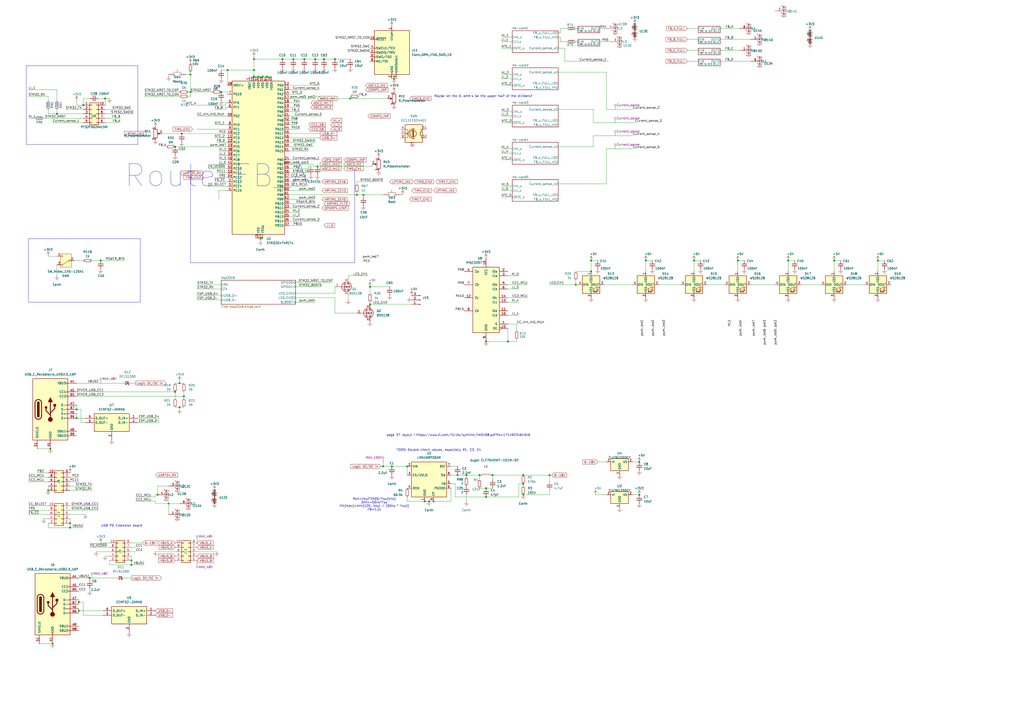
<source format=kicad_sch>
(kicad_sch (version 20231120) (generator "eeschema") (generator_version "8.0")
  (paper "A2")
  (junction (at 128.27 53.34))
  (junction (at 105.41 77.47))
  (junction (at 281.94 288.29))
  (junction (at 132.08 40.64))
  (junction (at 76.2 325.12))
  (junction (at 207.01 113.03))
  (junction (at 342.9 151.13))
  (junction (at 147.32 40.64))
  (junction (at 106.68 229.87))
  (junction (at 265.43 275.59))
  (junction (at 91.44 287.02))
  (junction (at 270.51 275.59))
  (junction (at 45.72 354.33))
  (junction (at 210.82 113.03))
  (junction (at 318.77 275.59))
  (junction (at 147.32 44.45))
  (junction (at 101.6 85.09))
  (junction (at 101.6 227.33))
  (junction (at 236.22 270.51))
  (junction (at 246.38 290.83))
  (junction (at 228.6 45.72))
  (junction (at 104.14 236.22))
  (junction (at 44.45 237.49))
  (junction (at 303.53 280.67))
  (junction (at 427.99 151.13))
  (junction (at 52.07 335.28))
  (junction (at 251.46 290.83))
  (junction (at 110.49 53.34))
  (junction (at 402.59 151.13))
  (junction (at 285.75 275.59))
  (junction (at 214.63 176.53))
  (junction (at 374.65 151.13))
  (junction (at 281.94 198.12))
  (junction (at 154.94 44.45))
  (junction (at 281.94 283.21))
  (junction (at 214.63 166.37))
  (junction (at 60.96 57.15))
  (junction (at 509.27 151.13))
  (junction (at 278.13 275.59))
  (junction (at 294.64 198.12))
  (junction (at 194.31 34.29))
  (junction (at 303.53 275.59))
  (junction (at 152.4 44.45))
  (junction (at 222.25 270.51))
  (junction (at 151.13 138.43))
  (junction (at 27.94 284.48))
  (junction (at 483.87 151.13))
  (junction (at 33.02 66.04))
  (junction (at 76.2 327.66))
  (junction (at 40.64 303.53))
  (junction (at 176.53 34.29))
  (junction (at 40.64 306.07))
  (junction (at 303.53 287.02))
  (junction (at 58.42 151.13))
  (junction (at 170.18 34.29))
  (junction (at 97.79 292.1))
  (junction (at 182.88 34.29))
  (junction (at 45.72 349.25))
  (junction (at 30.48 373.38))
  (junction (at 48.26 60.96))
  (junction (at 334.01 165.1))
  (junction (at 147.32 34.29))
  (junction (at 370.84 287.02))
  (junction (at 457.2 151.13))
  (junction (at 248.92 290.83))
  (junction (at 184.15 96.52))
  (junction (at 110.49 43.18))
  (junction (at 342.9 157.48))
  (junction (at 227.33 270.51))
  (junction (at 104.14 222.25))
  (junction (at 370.84 267.97))
  (junction (at 44.45 242.57))
  (junction (at 149.86 44.45))
  (junction (at 203.2 57.15))
  (junction (at 163.83 34.29))
  (junction (at 187.96 34.29))
  (junction (at 29.21 260.35))
  (wire (pts (xy 346.71 267.97) (xy 351.79 267.97)))
  (wire (pts (xy 25.4 300.99) (xy 27.94 300.99)))
  (wire (pts (xy 16.51 52.07) (xy 33.02 52.07)))
  (wire (pts (xy 184.15 96.52) (xy 215.9 96.52)))
  (wire (pts (xy 72.39 335.28) (xy 76.2 335.28)))
  (wire (pts (xy 167.64 123.19) (xy 173.99 123.19)))
  (wire (pts (xy 194.31 166.37) (xy 194.31 170.18)))
  (wire (pts (xy 101.6 222.25) (xy 104.14 222.25)))
  (wire (pts (xy 154.94 44.45) (xy 157.48 44.45)))
  (wire (pts (xy 78.74 288.29) (xy 90.17 288.29)))
  (wire (pts (xy 45.72 354.33) (xy 45.72 355.6)))
  (wire (pts (xy 167.64 130.81) (xy 175.26 130.81)))
  (wire (pts (xy 167.64 113.03) (xy 207.01 113.03)))
  (wire (pts (xy 214.63 166.37) (xy 226.06 166.37)))
  (wire (pts (xy 185.42 55.88) (xy 182.88 55.88)))
  (wire (pts (xy 48.26 306.07) (xy 40.64 306.07)))
  (wire (pts (xy 92.71 242.57) (xy 80.01 242.57)))
  (wire (pts (xy 290.83 43.18) (xy 297.18 43.18)))
  (wire (pts (xy 344.17 78.74) (xy 344.17 85.09)))
  (wire (pts (xy 114.3 74.93) (xy 132.08 74.93)))
  (wire (pts (xy 236.22 270.51) (xy 236.22 275.59)))
  (wire (pts (xy 130.81 62.23) (xy 132.08 62.23)))
  (wire (pts (xy 120.65 97.79) (xy 132.08 97.79)))
  (wire (pts (xy 417.83 35.56) (xy 435.61 35.56)))
  (wire (pts (xy 300.99 288.29) (xy 300.99 280.67)))
  (wire (pts (xy 16.51 295.91) (xy 27.94 295.91)))
  (wire (pts (xy 76.2 314.96) (xy 82.55 314.96)))
  (wire (pts (xy 299.72 187.96) (xy 299.72 191.77)))
  (wire (pts (xy 181.61 95.25) (xy 181.61 96.52)))
  (wire (pts (xy 491.49 165.1) (xy 501.65 165.1)))
  (wire (pts (xy 170.18 34.29) (xy 176.53 34.29)))
  (wire (pts (xy 27.94 63.5) (xy 27.94 66.04)))
  (wire (pts (xy 290.83 24.13) (xy 297.18 24.13)))
  (wire (pts (xy 110.49 53.34) (xy 123.19 53.34)))
  (wire (pts (xy 417.83 16.51) (xy 429.26 16.51)))
  (wire (pts (xy 398.78 16.51) (xy 405.13 16.51)))
  (wire (pts (xy 16.51 298.45) (xy 27.94 298.45)))
  (wire (pts (xy 97.79 44.45) (xy 97.79 43.18)))
  (wire (pts (xy 325.12 16.51) (xy 328.93 16.51)))
  (wire (pts (xy 427.99 151.13) (xy 427.99 157.48)))
  (wire (pts (xy 107.95 60.96) (xy 130.81 60.96)))
  (wire (pts (xy 167.64 87.63) (xy 179.07 87.63)))
  (wire (pts (xy 402.59 151.13) (xy 406.4 151.13)))
  (wire (pts (xy 350.52 165.1) (xy 367.03 165.1)))
  (wire (pts (xy 58.42 151.13) (xy 72.39 151.13)))
  (wire (pts (xy 290.83 114.3) (xy 297.18 114.3)))
  (wire (pts (xy 132.08 53.34) (xy 132.08 54.61)))
  (wire (pts (xy 128.27 53.34) (xy 132.08 53.34)))
  (wire (pts (xy 171.45 172.72) (xy 194.31 172.72)))
  (wire (pts (xy 167.64 97.79) (xy 179.07 97.79)))
  (wire (pts (xy 63.5 320.04) (xy 55.88 320.04)))
  (wire (pts (xy 167.64 62.23) (xy 173.99 62.23)))
  (wire (pts (xy 109.22 53.34) (xy 110.49 53.34)))
  (wire (pts (xy 16.51 279.4) (xy 27.94 279.4)))
  (wire (pts (xy 114.3 326.39) (xy 114.3 325.12)))
  (wire (pts (xy 83.82 55.88) (xy 104.14 55.88)))
  (wire (pts (xy 300.99 175.26) (xy 294.64 175.26)))
  (wire (pts (xy 124.46 105.41) (xy 132.08 105.41)))
  (wire (pts (xy 207.01 181.61) (xy 194.31 181.61)))
  (wire (pts (xy 127 90.17) (xy 132.08 90.17)))
  (wire (pts (xy 16.51 55.88) (xy 27.94 55.88)))
  (wire (pts (xy 52.07 335.28) (xy 52.07 336.55)))
  (wire (pts (xy 323.85 63.5) (xy 344.17 63.5)))
  (wire (pts (xy 151.13 138.43) (xy 151.13 139.7)))
  (wire (pts (xy 325.12 16.51) (xy 325.12 19.05)))
  (wire (pts (xy 16.51 276.86) (xy 27.94 276.86)))
  (wire (pts (xy 107.95 43.18) (xy 110.49 43.18)))
  (wire (pts (xy 114.3 171.45) (xy 128.27 171.45)))
  (wire (pts (xy 60.96 63.5) (xy 76.2 63.5)))
  (wire (pts (xy 210.82 113.03) (xy 207.01 113.03)))
  (wire (pts (xy 224.79 57.15) (xy 203.2 57.15)))
  (wire (pts (xy 128.27 40.64) (xy 132.08 40.64)))
  (wire (pts (xy 290.83 64.77) (xy 297.18 64.77)))
  (wire (pts (xy 21.59 260.35) (xy 29.21 260.35)))
  (wire (pts (xy 105.41 77.47) (xy 132.08 77.47)))
  (wire (pts (xy 167.64 57.15) (xy 182.88 57.15)))
  (wire (pts (xy 147.32 34.29) (xy 163.83 34.29)))
  (wire (pts (xy 327.66 27.94) (xy 323.85 27.94)))
  (wire (pts (xy 410.21 165.1) (xy 420.37 165.1)))
  (wire (pts (xy 342.9 151.13) (xy 346.71 151.13)))
  (wire (pts (xy 270.51 287.02) (xy 270.51 290.83)))
  (wire (pts (xy 207.01 105.41) (xy 207.01 106.68)))
  (wire (pts (xy 147.32 44.45) (xy 149.86 44.45)))
  (wire (pts (xy 236.22 288.29) (xy 236.22 290.83)))
  (wire (pts (xy 104.14 220.98) (xy 104.14 222.25)))
  (wire (pts (xy 290.83 45.72) (xy 297.18 45.72)))
  (wire (pts (xy 110.49 43.18) (xy 110.49 53.34)))
  (wire (pts (xy 290.83 86.36) (xy 297.18 86.36)))
  (wire (pts (xy 351.79 86.36) (xy 367.03 86.36)))
  (wire (pts (xy 22.86 373.38) (xy 30.48 373.38)))
  (wire (pts (xy 90.17 290.83) (xy 90.17 292.1)))
  (wire (pts (xy 167.64 52.07) (xy 185.42 52.07)))
  (wire (pts (xy 110.49 41.91) (xy 110.49 43.18)))
  (wire (pts (xy 101.6 85.09) (xy 132.08 85.09)))
  (wire (pts (xy 248.92 290.83) (xy 251.46 290.83)))
  (wire (pts (xy 16.51 68.58) (xy 20.32 68.58)))
  (wire (pts (xy 318.77 287.02) (xy 303.53 287.02)))
  (wire (pts (xy 300.99 280.67) (xy 303.53 280.67)))
  (wire (pts (xy 124.46 80.01) (xy 132.08 80.01)))
  (wire (pts (xy 294.64 160.02) (xy 300.99 160.02)))
  (wire (pts (xy 236.22 290.83) (xy 246.38 290.83)))
  (wire (pts (xy 210.82 113.03) (xy 210.82 114.3)))
  (wire (pts (xy 334.01 157.48) (xy 342.9 157.48)))
  (wire (pts (xy 227.33 45.72) (xy 228.6 45.72)))
  (wire (pts (xy 300.99 167.64) (xy 294.64 167.64)))
  (wire (pts (xy 294.64 165.1) (xy 306.07 165.1)))
  (wire (pts (xy 398.78 29.21) (xy 405.13 29.21)))
  (wire (pts (xy 46.99 245.11) (xy 49.53 245.11)))
  (wire (pts (xy 130.81 59.69) (xy 132.08 59.69)))
  (wire (pts (xy 261.62 283.21) (xy 261.62 290.83)))
  (wire (pts (xy 167.64 110.49) (xy 182.88 110.49)))
  (wire (pts (xy 182.88 55.88) (xy 182.88 57.15)))
  (wire (pts (xy 167.64 92.71) (xy 185.42 92.71)))
  (wire (pts (xy 120.65 107.95) (xy 132.08 107.95)))
  (wire (pts (xy 325.12 24.13) (xy 328.93 24.13)))
  (wire (pts (xy 347.98 24.13) (xy 354.33 24.13)))
  (wire (pts (xy 344.17 78.74) (xy 367.03 78.74)))
  (wire (pts (xy 60.96 71.12) (xy 69.85 71.12)))
  (wire (pts (xy 207.01 111.76) (xy 207.01 113.03)))
  (wire (pts (xy 228.6 45.72) (xy 229.87 45.72)))
  (wire (pts (xy 78.74 317.5) (xy 76.2 317.5)))
  (wire (pts (xy 93.98 77.47) (xy 105.41 77.47)))
  (wire (pts (xy 83.82 53.34) (xy 104.14 53.34)))
  (wire (pts (xy 290.83 49.53) (xy 297.18 49.53)))
  (wire (pts (xy 78.74 290.83) (xy 90.17 290.83)))
  (wire (pts (xy 52.07 317.5) (xy 63.5 317.5)))
  (wire (pts (xy 281.94 288.29) (xy 300.99 288.29)))
  (wire (pts (xy 132.08 40.64) (xy 132.08 49.53)))
  (wire (pts (xy 78.74 222.25) (xy 76.2 222.25)))
  (wire (pts (xy 33.02 63.5) (xy 33.02 66.04)))
  (wire (pts (xy 214.63 166.37) (xy 214.63 170.18)))
  (wire (pts (xy 45.72 349.25) (xy 48.26 349.25)))
  (wire (pts (xy 290.83 21.59) (xy 297.18 21.59)))
  (wire (pts (xy 97.79 292.1) (xy 104.14 292.1)))
  (wire (pts (xy 464.82 165.1) (xy 476.25 165.1)))
  (wire (pts (xy 127 102.87) (xy 132.08 102.87)))
  (wire (pts (xy 318.77 284.48) (xy 318.77 287.02)))
  (wire (pts (xy 53.34 151.13) (xy 58.42 151.13)))
  (wire (pts (xy 114.3 320.04) (xy 125.73 320.04)))
  (wire (pts (xy 318.77 275.59) (xy 320.04 275.59)))
  (wire (pts (xy 167.64 67.31) (xy 186.69 67.31)))
  (polyline (pts (xy 110.49 102.87) (xy 110.49 152.4)))
  (wire (pts (xy 163.83 34.29) (xy 170.18 34.29)))
  (wire (pts (xy 290.83 110.49) (xy 297.18 110.49)))
  (wire (pts (xy 40.64 279.4) (xy 45.72 279.4)))
  (wire (pts (xy 290.83 107.95) (xy 297.18 107.95)))
  (wire (pts (xy 335.28 16.51) (xy 334.01 16.51)))
  (wire (pts (xy 45.72 335.28) (xy 52.07 335.28)))
  (wire (pts (xy 264.16 288.29) (xy 264.16 280.67)))
  (wire (pts (xy 97.79 281.94) (xy 91.44 281.94)))
  (wire (pts (xy 104.14 222.25) (xy 106.68 222.25)))
  (wire (pts (xy 318.77 279.4) (xy 318.77 275.59)))
  (wire (pts (xy 185.42 128.27) (xy 167.64 128.27)))
  (wire (pts (xy 374.65 151.13) (xy 374.65 157.48)))
  (wire (pts (xy 246.38 290.83) (xy 248.92 290.83)))
  (wire (pts (xy 457.2 151.13) (xy 461.01 151.13)))
  (wire (pts (xy 167.64 125.73) (xy 173.99 125.73)))
  (wire (pts (xy 483.87 151.13) (xy 483.87 157.48)))
  (wire (pts (xy 114.3 313.69) (xy 114.3 314.96)))
  (wire (pts (xy 125.73 100.33) (xy 132.08 100.33)))
  (wire (pts (xy 323.85 85.09) (xy 344.17 85.09)))
  (wire (pts (xy 483.87 151.13) (xy 487.68 151.13)))
  (wire (pts (xy 194.31 170.18) (xy 171.45 170.18)))
  (wire (pts (xy 167.64 115.57) (xy 182.88 115.57)))
  (wire (pts (xy 44.45 234.95) (xy 44.45 237.49)))
  (wire (pts (xy 367.03 287.02) (xy 370.84 287.02)))
  (wire (pts (xy 203.2 55.88) (xy 203.2 57.15)))
  (wire (pts (xy 45.72 354.33) (xy 59.69 354.33)))
  (wire (pts (xy 48.26 57.15) (xy 48.26 60.96)))
  (wire (pts (xy 427.99 151.13) (xy 431.8 151.13)))
  (wire (pts (xy 402.59 151.13) (xy 402.59 157.48)))
  (wire (pts (xy 40.64 306.07) (xy 27.94 306.07)))
  (wire (pts (xy 167.64 49.53) (xy 185.42 49.53)))
  (wire (pts (xy 167.64 107.95) (xy 177.8 107.95)))
  (wire (pts (xy 40.64 306.07) (xy 40.64 303.53)))
  (wire (pts (xy 270.51 275.59) (xy 270.51 276.86)))
  (wire (pts (xy 398.78 35.56) (xy 405.13 35.56)))
  (wire (pts (xy 222.25 105.41) (xy 207.01 105.41)))
  (wire (pts (xy 90.17 292.1) (xy 97.79 292.1)))
  (wire (pts (xy 281.94 198.12) (xy 294.64 198.12)))
  (wire (pts (xy 290.83 27.94) (xy 297.18 27.94)))
  (wire (pts (xy 435.61 165.1) (xy 449.58 165.1)))
  (wire (pts (xy 176.53 34.29) (xy 182.88 34.29)))
  (wire (pts (xy 232.41 113.03) (xy 233.68 113.03)))
  (wire (pts (xy 60.96 57.15) (xy 63.5 57.15)))
  (wire (pts (xy 90.17 320.04) (xy 101.6 320.04)))
  (wire (pts (xy 125.73 82.55) (xy 132.08 82.55)))
  (wire (pts (xy 48.26 349.25) (xy 48.26 356.87)))
  (wire (pts (xy 264.16 288.29) (xy 281.94 288.29)))
  (wire (pts (xy 261.62 290.83) (xy 251.46 290.83)))
  (wire (pts (xy 114.3 167.64) (xy 128.27 167.64)))
  (wire (pts (xy 40.64 276.86) (xy 45.72 276.86)))
  (wire (pts (xy 147.32 40.64) (xy 147.32 44.45)))
  (wire (pts (xy 323.85 41.91) (xy 351.79 41.91)))
  (wire (pts (xy 294.64 198.12) (xy 294.64 190.5)))
  (wire (pts (xy 130.81 60.96) (xy 130.81 59.69)))
  (wire (pts (xy 194.31 34.29) (xy 203.2 34.29)))
  (wire (pts (xy 127 110.49) (xy 132.08 110.49)))
  (wire (pts (xy 278.13 283.21) (xy 281.94 283.21)))
  (wire (pts (xy 215.9 96.52) (xy 215.9 95.25)))
  (wire (pts (xy 270.51 275.59) (xy 278.13 275.59)))
  (wire (pts (xy 52.07 335.28) (xy 67.31 335.28)))
  (wire (pts (xy 114.3 165.1) (xy 128.27 165.1)))
  (wire (pts (xy 114.3 67.31) (xy 132.08 67.31)))
  (wire (pts (xy 53.34 284.48) (xy 40.64 284.48)))
  (wire (pts (xy 300.99 182.88) (xy 294.64 182.88)))
  (wire (pts (xy 194.31 181.61) (xy 194.31 172.72)))
  (wire (pts (xy 299.72 196.85) (xy 299.72 198.12)))
  (wire (pts (xy 124.46 63.5) (xy 130.81 63.5)))
  (wire (pts (xy 214.63 176.53) (xy 238.76 176.53)))
  (wire (pts (xy 351.79 63.5) (xy 351.79 41.91)))
  (wire (pts (xy 167.64 100.33) (xy 179.07 100.33)))
  (wire (pts (xy 290.83 71.12) (xy 297.18 71.12)))
  (wire (pts (xy 114.3 173.99) (xy 128.27 173.99)))
  (wire (pts (xy 342.9 151.13) (xy 342.9 157.48)))
  (wire (pts (xy 44.45 222.25) (xy 71.12 222.25)))
  (wire (pts (xy 334.01 24.13) (xy 335.28 24.13)))
  (wire (pts (xy 167.64 105.41) (xy 179.07 105.41)))
  (polyline (pts (xy 205.74 97.79) (xy 205.74 152.4)))
  (wire (pts (xy 222.25 267.97) (xy 222.25 270.51)))
  (wire (pts (xy 325.12 19.05) (xy 323.85 19.05)))
  (wire (pts (xy 214.63 175.26) (xy 214.63 176.53)))
  (wire (pts (xy 167.64 77.47) (xy 185.42 77.47)))
  (wire (pts (xy 27.94 66.04) (xy 33.02 66.04)))
  (wire (pts (xy 222.25 113.03) (xy 210.82 113.03)))
  (wire (pts (xy 281.94 283.21) (xy 285.75 283.21)))
  (wire (pts (xy 290.83 67.31) (xy 297.18 67.31)))
  (wire (pts (xy 45.72 353.06) (xy 45.72 354.33)))
  (wire (pts (xy 167.64 95.25) (xy 181.61 95.25)))
  (wire (pts (xy 60.96 57.15) (xy 60.96 60.96)))
  (wire (pts (xy 43.18 151.13) (xy 48.26 151.13)))
  (wire (pts (xy 344.17 71.12) (xy 344.17 63.5)))
  (wire (pts (xy 167.64 80.01) (xy 185.42 80.01)))
  (wire (pts (xy 151.13 138.43) (xy 152.4 138.43)))
  (wire (pts (xy 40.64 295.91) (xy 57.15 295.91)))
  (wire (pts (xy 201.93 160.02) (xy 213.36 160.02)))
  (wire (pts (xy 181.61 85.09) (xy 167.64 85.09)))
  (wire (pts (xy 222.25 270.51) (xy 227.33 270.51)))
  (wire (pts (xy 179.07 96.52) (xy 180.34 96.52)))
  (wire (pts (xy 417.83 22.86) (xy 435.61 22.86)))
  (wire (pts (xy 182.88 34.29) (xy 187.96 34.29)))
  (wire (pts (xy 345.44 287.02) (xy 351.79 287.02)))
  (wire (pts (xy 344.17 71.12) (xy 368.3 71.12)))
  (wire (pts (xy 167.64 59.69) (xy 173.99 59.69)))
  (wire (pts (xy 334.01 165.1) (xy 335.28 165.1)))
  (wire (pts (xy 323.85 106.68) (xy 351.79 106.68)))
  (wire (pts (xy 127 92.71) (xy 132.08 92.71)))
  (wire (pts (xy 46.99 237.49) (xy 46.99 245.11)))
  (wire (pts (xy 104.14 236.22) (xy 101.6 236.22)))
  (wire (pts (xy 149.86 138.43) (xy 151.13 138.43)))
  (wire (pts (xy 417.83 29.21) (xy 429.26 29.21)))
  (wire (pts (xy 318.77 165.1) (xy 334.01 165.1)))
  (wire (pts (xy 185.42 57.15) (xy 185.42 55.88)))
  (wire (pts (xy 27.94 306.07) (xy 27.94 303.53)))
  (wire (pts (xy 203.2 57.15) (xy 185.42 57.15)))
  (wire (pts (xy 45.72 347.98) (xy 45.72 349.25)))
  (wire (pts (xy 299.72 187.96) (xy 294.64 187.96)))
  (wire (pts (xy 294.64 172.72) (xy 306.07 172.72)))
  (wire (pts (xy 173.99 74.93) (xy 167.64 74.93)))
  (wire (pts (xy 76.2 327.66) (xy 76.2 325.12)))
  (wire (pts (xy 167.64 118.11) (xy 182.88 118.11)))
  (wire (pts (xy 92.71 245.11) (xy 80.01 245.11)))
  (wire (pts (xy 38.1 63.5) (xy 48.26 63.5)))
  (wire (pts (xy 127 95.25) (xy 132.08 95.25)))
  (wire (pts (xy 91.44 281.94) (xy 91.44 287.02)))
  (wire (pts (xy 398.78 22.86) (xy 405.13 22.86)))
  (wire (pts (xy 382.27 165.1) (xy 394.97 165.1)))
  (wire (pts (xy 48.26 356.87) (xy 59.69 356.87)))
  (wire (pts (xy 44.45 237.49) (xy 46.99 237.49)))
  (wire (pts (xy 132.08 40.64) (xy 147.32 40.64)))
  (wire (pts (xy 97.79 298.45) (xy 97.79 292.1)))
  (wire (pts (xy 327.66 35.56) (xy 353.06 35.56)))
  (wire (pts (xy 201.93 171.45) (xy 201.93 173.99)))
  (wire (pts (xy 78.74 320.04) (xy 76.2 320.04)))
  (wire (pts (xy 285.75 275.59) (xy 285.75 278.13)))
  (wire (pts (xy 44.45 58.42) (xy 44.45 60.96)))
  (wire (pts (xy 149.86 44.45) (xy 152.4 44.45)))
  (wire (pts (xy 285.75 275.59) (xy 303.53 275.59)))
  (wire (pts (xy 265.43 275.59) (xy 270.51 275.59)))
  (wire (pts (xy 104.14 237.49) (xy 104.14 236.22)))
  (wire (pts (xy 106.68 227.33) (xy 106.68 229.87)))
  (wire (pts (xy 76.2 322.58) (xy 76.2 325.12)))
  (wire (pts (xy 44.45 229.87) (xy 106.68 229.87)))
  (wire (pts (xy 227.33 270.51) (xy 236.22 270.51)))
  (wire (pts (xy 220.98 270.51) (xy 222.25 270.51)))
  (wire (pts (xy 25.4 68.58) (xy 48.26 68.58)))
  (wire (pts (xy 21.59 274.32) (xy 27.94 274.32)))
  (wire (pts (xy 109.22 55.88) (xy 110.49 55.88)))
  (wire (pts (xy 181.61 96.52) (xy 184.15 96.52)))
  (wire (pts (xy 44.45 60.96) (xy 48.26 60.96)))
  (wire (pts (xy 33.02 153.67) (xy 33.02 160.02)))
  (wire (pts (xy 33.02 66.04) (xy 48.26 66.04)))
  (wire (pts (xy 509.27 151.13) (xy 509.27 157.48)))
  (wire (pts (xy 303.53 275.59) (xy 318.77 275.59)))
  (wire (pts (xy 83.82 327.66) (xy 76.2 327.66)))
  (wire (pts (xy 60.96 66.04) (xy 77.47 66.04)))
  (wire (pts (xy 127 115.57) (xy 127 110.49)))
  (wire (pts (xy 40.64 300.99) (xy 40.64 303.53)))
  (wire (pts (xy 60.96 322.58) (xy 63.5 322.58)))
  (wire (pts (xy 299.72 198.12) (xy 294.64 198.12)))
  (wire (pts (xy 33.02 52.07) (xy 33.02 58.42)))
  (wire (pts (xy 124.46 72.39) (xy 132.08 72.39)))
  (wire (pts (xy 44.45 227.33) (xy 101.6 227.33)))
  (wire (pts (xy 201.93 160.02) (xy 201.93 161.29)))
  (wire (pts (xy 327.66 35.56) (xy 327.66 27.94)))
  (wire (pts (xy 171.45 163.83) (xy 193.04 163.83)))
  (wire (pts (xy 16.51 293.37) (xy 27.94 293.37)))
  (wire (pts (xy 167.64 64.77) (xy 173.99 64.77)))
  (wire (pts (xy 27.94 148.59) (xy 33.02 148.59)))
  (wire (pts (xy 52.07 341.63) (xy 52.07 342.9)))
  (wire (pts (xy 60.96 68.58) (xy 69.85 68.58)))
  (wire (pts (xy 40.64 298.45) (xy 49.53 298.45)))
  (wire (pts (xy 367.03 267.97) (xy 370.84 267.97)))
  (wire (pts (xy 44.45 240.03) (xy 44.45 242.57)))
  (wire (pts (xy 261.62 270.51) (xy 265.43 270.51)))
  (wire (pts (xy 323.85 21.59) (xy 325.12 21.59)))
  (wire (pts (xy 374.65 151.13) (xy 378.46 151.13)))
  (wire (pts (xy 351.79 86.36) (xy 351.79 106.68)))
  (wire (pts (xy 63.5 327.66) (xy 63.5 325.12)))
  (wire (pts (xy 264.16 280.67) (xy 261.62 280.67)))
  (wire (pts (xy 187.96 34.29) (xy 194.31 34.29)))
  (wire (pts (xy 351.79 63.5) (xy 367.03 63.5)))
  (wire (pts (xy 52.07 57.15) (xy 48.26 57.15)))
  (wire (pts (xy 45.72 349.25) (xy 45.72 350.52)))
  (wire (pts (xy 290.83 88.9) (xy 297.18 88.9)))
  (wire (pts (xy 179.07 96.52) (xy 179.07 97.79)))
  (wire (pts (xy 76.2 327.66) (xy 63.5 327.66)))
  (wire (pts (xy 167.64 120.65) (xy 185.42 120.65)))
  (wire (pts (xy 40.64 293.37) (xy 57.15 293.37)))
  (wire (pts (xy 90.17 287.02) (xy 91.44 287.02)))
  (wire (pts (xy 130.81 63.5) (xy 130.81 62.23)))
  (wire (pts (xy 90.17 288.29) (xy 90.17 287.02)))
  (wire (pts (xy 171.45 166.37) (xy 186.69 166.37)))
  (wire (pts (xy 303.53 281.94) (xy 303.53 280.67)))
  (wire (pts (xy 261.62 275.59) (xy 265.43 275.59)))
  (wire (pts (xy 167.64 54.61) (xy 175.26 54.61)))
  (wire (pts (xy 147.32 34.29) (xy 147.32 40.64)))
  (wire (pts (xy 147.32 33.02) (xy 147.32 34.29)))
  (wire (pts (xy 110.49 55.88) (xy 110.49 53.34)))
  (wire (pts (xy 290.83 92.71) (xy 297.18 92.71)))
  (polyline (pts (xy 110.49 152.4) (xy 205.74 152.4)))
  (wire (pts (xy 101.6 227.33) (xy 101.6 231.14)))
  (wire (pts (xy 127 87.63) (xy 132.08 87.63)))
  (wire (pts (xy 182.88 175.26) (xy 171.45 175.26)))
  (wire (pts (xy 53.34 281.94) (xy 40.64 281.94)))
  (wire (pts (xy 27.94 55.88) (xy 27.94 58.42)))
  (wire (pts (xy 334.01 162.56) (xy 334.01 165.1)))
  (wire (pts (xy 57.15 57.15) (xy 60.96 57.15)))
  (wire (pts (xy 152.4 44.45) (xy 154.94 44.45)))
  (wire (pts (xy 30.48 71.12) (xy 48.26 71.12)))
  (wire (pts (xy 106.68 229.87) (xy 106.68 231.14)))
  (wire (pts (xy 104.14 236.22) (xy 106.68 236.22)))
  (wire (pts (xy 457.2 151.13) (xy 457.2 157.48)))
  (wire (pts (xy 27.94 284.48) (xy 27.94 281.94)))
  (wire (pts (xy 167.64 72.39) (xy 172.72 72.39)))
  (wire (pts (xy 278.13 275.59) (xy 278.13 278.13)))
  (wire (pts (xy 167.64 102.87) (xy 177.8 102.87)))
  (wire (pts (xy 167.64 69.85) (xy 172.72 69.85)))
  (wire (pts (xy 167.64 82.55) (xy 182.88 82.55)))
  (wire (pts (xy 347.98 16.51) (xy 351.79 16.51)))
  (wire (pts (xy 58.42 314.96) (xy 63.5 314.96)))
  (wire (pts (xy 509.27 151.13) (xy 513.08 151.13)))
  (wire (pts (xy 44.45 242.57) (xy 49.53 242.57)))
  (wire (pts (xy 325.12 21.59) (xy 325.12 24.13)))
  (rectangle (start 15.24 38.1) (end 80.01 83.82))
  (rectangle (start 16.51 138.43) (end 81.28 175.26))
  (text "TODO: Double check values, especially R1, C3, C4" (at 254.508 261.112 0) (effects (font (size 1.27 1.27))))
  (text "Maybe let the 0-ohm's be the upper half of the dividers?" (at 280.416 55.88 0) (effects (font (size 1.27 1.27))))
  (text "USB PD Extension board" (at 70.612 305.054 0) (effects (font (size 1.27 1.27))))
  (text "page 37 layout i https://www.ti.com/lit/ds/symlink/lm5168.pdf?ts=1714923464346" (at 265.938 252.476 0) (effects (font (size 1.27 1.27))))
  (text "Ron=Vout*2500/Fsw(kHz)\nDmin=50ns*Fsw\nVin(max)=min(120, Vout / (50ns * Fsw))\nFB=1.2v" (at 217.17 292.608 0) (effects (font (size 1.27 1.27))))
  (text "Route FB_A" (at 125.73 102.108 0) (effects (font (size 12.7 12.7))))
  (label "FB_D" (at 125.73 82.55 0))
  (label "STM32_SWC" (at 214.63 27.94 180))
  (label "LI_2" (at 290.83 45.72 0))
  (label "Current_sense_2" (at 185.42 120.65 180))
  (label "CC1_MCU" (at 16.51 276.86 0))
  (label "PC2" (at 127 77.47 0))
  (label "STM32_SWDIO" (at 77.47 66.04 180))
  (label "FB_A" (at 69.85 71.12 180))
  (label "CC_SELECT" (at 120.65 107.95 0))
  (label "VBUS2" (at 57.15 222.25 180))
  (label "STM32_TX" (at 53.34 281.94 180))
  (label "STM32_NRST" (at 38.1 68.58 180))
  (label "STM32_RX" (at 53.34 284.48 180))
  (label "Current_sense_3" (at 368.3 71.12 0))
  (label "CC2_MCU" (at 177.8 102.87 180))
  (label "CC1" (at 45.72 340.36 0))
  (label "NTC_1" (at 290.83 27.94 0))
  (label "~{EN_CC}" (at 124.46 105.41 0))
  (label "LI_5" (at 300.99 167.64 180))
  (label "OTHER_USB_CC2" (at 57.15 295.91 180))
  (label "PA9" (at 269.24 165.1 180))
  (label "STM32_TX" (at 114.3 165.1 0))
  (label "PC11" (at 125.73 100.33 0))
  (label "HI_1" (at 16.51 68.58 0))
  (label "pwm_led2" (at 182.88 110.49 180))
  (label "FB_C" (at 425.45 29.21 180))
  (label "LI_1" (at 16.51 52.07 0))
  (label "PA9" (at 172.72 72.39 180))
  (label "CC1_MCU" (at 78.74 288.29 0))
  (label "LI_2" (at 173.99 125.73 180))
  (label "pwm_led5 pot2" (at 450.85 185.42 270))
  (label "OTHER_USB_CC2" (at 44.45 229.87 0))
  (label "pwm_led4" (at 182.88 175.26 180))
  (label "NTC_2" (at 124.46 80.01 0))
  (label "NTC_5" (at 290.83 114.3 0))
  (label "FB_B" (at 69.85 68.58 180))
  (label "pwm_led3" (at 386.08 185.42 270))
  (label "pwm_led4" (at 430.53 185.42 270))
  (label "FB_D" (at 425.45 35.56 180))
  (label "Current_sense_1" (at 185.42 92.71 180))
  (label "FRS" (at 127 102.87 0))
  (label "HI_4" (at 290.83 86.36 0))
  (label "PA4" (at 173.99 59.69 180))
  (label "LI_4" (at 290.83 88.9 0))
  (label "HI_2" (at 290.83 43.18 0))
  (label "pwm_led7" (at 438.15 185.42 270))
  (label "PC2" (at 424.18 185.42 270))
  (label "STM32_NRST_TO_ESP" (at 193.04 163.83 180))
  (label "STM32_NRST" (at 110.49 53.34 0))
  (label "pwm_led7" (at 219.71 149.86 180))
  (label "Current_sense_5" (at 186.69 67.31 180))
  (label "PC2" (at 45.72 276.86 180))
  (label "ESP_USB_D-" (at 114.3 173.99 0))
  (label "ESP_USB_D-" (at 92.71 245.11 180))
  (label "PA5" (at 353.06 24.13 180))
  (label "PA8" (at 172.72 69.85 180))
  (label "CC2" (at 45.72 342.9 0))
  (label "STM32_NRST_TO_CON" (at 83.82 55.88 0))
  (label "~{EN_VCONN}" (at 52.07 317.5 0))
  (label "LI_3" (at 127 95.25 0))
  (label "STM32_NRST_TO_ESP" (at 83.82 53.34 0))
  (label "ESP_USB_D+" (at 92.71 242.57 180))
  (label "Current_sense_2" (at 367.03 63.5 0))
  (label "NTC_3" (at 290.83 71.12 0))
  (label "NTC_1" (at 124.46 72.39 0))
  (label "LI_4" (at 300.99 182.88 180))
  (label "FB_C" (at 173.99 64.77 180))
  (label "CC1" (at 78.74 317.5 0))
  (label "CC_HI4_HI5_MUX" (at 299.72 187.96 0))
  (label "STM32_RX" (at 179.07 87.63 180))
  (label "NTC_5" (at 185.42 49.53 180))
  (label "PB15" (at 175.26 130.81 180))
  (label "HI_3" (at 127 92.71 0))
  (label "pwm_led2" (at 379.73 185.42 270))
  (label "VBUS1" (at 83.82 327.66 180))
  (label "PA5" (at 173.99 62.23 180))
  (label "NTC_3" (at 175.26 54.61 180))
  (label "FRS" (at 16.51 295.91 0))
  (label "Current_sense_5" (at 367.03 86.36 0))
  (label "PC11" (at 45.72 279.4 180))
  (label "STM32_RX" (at 114.3 167.64 0))
  (label "HI_2" (at 173.99 123.19 180))
  (label "LI_1" (at 127 90.17 0))
  (label "FB_B" (at 124.46 63.5 0))
  (label "LI_5" (at 290.83 110.49 0))
  (label "Current_sense_4" (at 185.42 52.07 180))
  (label "pwm_led1" (at 373.38 185.42 270))
  (label "pwm_led6 pot3" (at 179.07 95.25 180))
  (label "CC2" (at 78.74 320.04 0))
  (label "pwm_led7" (at 121.92 85.09 0))
  (label "~{EN_VCONN}" (at 120.65 97.79 0))
  (label "LED_CH1" (at 213.36 160.02 180))
  (label "pwm_led1" (at 179.07 105.41 180))
  (label "CC2_MCU" (at 16.51 279.4 0))
  (label "Current_sense_1" (at 30.48 71.12 0))
  (label "HI_4" (at 300.99 175.26 180))
  (label "HI_1" (at 127 87.63 0))
  (label "NTC_4" (at 290.83 92.71 0))
  (label "CC1_MCU" (at 306.07 165.1 180))
  (label "LED_CH2" (at 224.79 176.53 180))
  (label "STM32_BOOT0" (at 222.25 105.41 180))
  (label "PA4" (at 351.79 16.51 180))
  (label "STM32_SWDIO" (at 182.88 82.55 180))
  (label "CC_HI4_HI5_MUX" (at 114.3 67.31 0))
  (label "STM32_BOOT0" (at 186.69 166.37 180))
  (label "pwm_led3" (at 182.88 115.57 180))
  (label "FB_A" (at 96.52 85.09 180))
  (label "POWER_BTN" (at 182.88 118.11 180))
  (label "LED_CH1" (at 318.77 165.1 0))
  (label "HI_5" (at 300.99 160.02 180))
  (label "VBUS2" (at 48.26 306.07 180))
  (label "LI_3" (at 290.83 67.31 0))
  (label "CC1_MCU" (at 177.8 107.95 180))
  (label "OTHER_USB_CC1" (at 57.15 293.37 180))
  (label "STM32_NRST_TO_CON" (at 214.63 22.86 180))
  (label "STM32_SWC" (at 76.2 63.5 180))
  (label "PA10" (at 173.99 74.93 180))
  (label "HI_3" (at 290.83 64.77 0))
  (label "~{EN_CC}" (at 16.51 298.45 0))
  (label "NTC_2" (at 290.83 49.53 0))
  (label "PB15" (at 269.24 180.34 180))
  (label "OTHER_USB_CC1" (at 44.45 227.33 0))
  (label "Current_sense_4" (at 367.03 78.74 0))
  (label "PA10" (at 269.24 172.72 180))
  (label "ESP_USB_D+" (at 114.3 171.45 0))
  (label "STM32_SWDIO" (at 214.63 30.48 180))
  (label "FB_A" (at 425.45 16.51 180))
  (label "CC_SELECT" (at 16.51 293.37 0))
  (label "HI_5" (at 290.83 107.95 0))
  (label "HI_1" (at 290.83 21.59 0))
  (label "STM32_RX" (at 16.51 55.88 0))
  (label "pwm_led5 pot2" (at 182.88 57.15 180))
  (label "STM32_TX" (at 38.1 63.5 0))
  (label "PB2" (at 21.59 274.32 0))
  (label "CC2_MCU" (at 306.07 172.72 180))
  (label "STM32_TX" (at 179.07 100.33 180))
  (label "POWER_BTN" (at 72.39 151.13 180))
  (label "PA8" (at 269.24 157.48 180))
  (label "PC2" (at 214.63 152.4 180))
  (label "STM32_SWC" (at 181.61 85.09 180))
  (label "VBUS1" (at 52.07 335.28 180))
  (label "pwm_led6 pot3" (at 444.5 185.42 270))
  (label "Current_sense_3" (at 185.42 128.27 180))
  (label "CC2_MCU" (at 78.74 290.83 0))
  (label "FB_B" (at 425.45 22.86 180))
  (label "Current_sense_1" (at 351.79 35.56 180))
  (label "NTC_4" (at 107.95 60.96 0))
  (label "LI_1" (at 290.83 24.13 0))
  (label "PB2" (at 173.99 97.79 180))
  (label "FB_A" (at 208.28 55.88 0))
  (global_label "OPAMP4_VINP" (shape input) (at 186.69 120.65 0) (property "Intersheetrefs" "${INTERSHEET_REFS}" (effects (hide yes))))
  (global_label "HI_5" (shape input) (at 191.77 74.93 0) (property "Intersheetrefs" "${INTERSHEET_REFS}" (effects (hide yes))))
  (global_label "TIM15_CH2" (shape input) (at 237.49 57.15 0) (property "Intersheetrefs" "${INTERSHEET_REFS}" (effects (hide yes))))
  (global_label "CC2_DB" (shape input) (at 179.07 74.93 0) (property "Intersheetrefs" "${INTERSHEET_REFS}" (effects (hide yes))))
  (global_label "Logic DC{slash}DC in" (shape output) (at 78.74 222.25 0) (property "Intersheetrefs" "${INTERSHEET_REFS}" (effects (hide yes))))
  (global_label "USB_D+" (shape input) (at 185.42 80.01 0) (property "Intersheetrefs" "${INTERSHEET_REFS}" (effects (hide yes))))
  (global_label "ADC12_IN1" (shape input) (at 212.09 49.53 0) (property "Intersheetrefs" "${INTERSHEET_REFS}" (effects (hide yes))))
  (global_label "COMP4_INP" (shape input) (at 199.39 92.71 0) (property "Intersheetrefs" "${INTERSHEET_REFS}" (effects (hide yes))))
  (global_label "ADC1_IN4" (shape input) (at 184.15 57.15 0) (property "Intersheetrefs" "${INTERSHEET_REFS}" (effects (hide yes))))
  (global_label "VBUS_B" (shape input) (at 114.3 322.58 0) (property "Intersheetrefs" "${INTERSHEET_REFS}" (effects (hide yes))))
  (global_label "HI_4" (shape input) (at 191.77 69.85 0) (property "Intersheetrefs" "${INTERSHEET_REFS}" (effects (hide yes))))
  (global_label "ADC1_IN12" (shape input) (at 185.42 95.25 0) (property "Intersheetrefs" "${INTERSHEET_REFS}" (effects (hide yes))))
  (global_label "HRTIM1_EEV5" (shape input) (at 186.69 115.57 0) (property "Intersheetrefs" "${INTERSHEET_REFS}" (effects (hide yes))))
  (global_label "COMP1_INP" (shape input) (at 212.09 52.07 0) (property "Intersheetrefs" "${INTERSHEET_REFS}" (effects (hide yes))))
  (global_label "6-18V" (shape input) (at 82.55 314.96 0) (property "Intersheetrefs" "${INTERSHEET_REFS}" (effects (hide yes))))
  (global_label "VBUS_B" (shape input) (at 101.6 322.58 180) (property "Intersheetrefs" "${INTERSHEET_REFS}" (effects (hide yes))))
  (global_label "TIM17_CH1" (shape input) (at 252.73 105.41 0) (property "Intersheetrefs" "${INTERSHEET_REFS}" (effects (hide yes))))
  (global_label "COMP2_INP" (shape input) (at 213.36 67.31 0) (property "Intersheetrefs" "${INTERSHEET_REFS}" (effects (hide yes))))
  (global_label "TIM5_CH1" (shape input) (at 199.39 97.79 0) (property "Intersheetrefs" "${INTERSHEET_REFS}" (effects (hide yes))))
  (global_label "CC1_DB" (shape input) (at 179.07 72.39 0) (property "Intersheetrefs" "${INTERSHEET_REFS}" (effects (hide yes))))
  (global_label "ADC2_IN12" (shape input) (at 185.42 97.79 0) (property "Intersheetrefs" "${INTERSHEET_REFS}" (effects (hide yes))))
  (global_label "HRTIM1_EEV3" (shape input) (at 186.69 110.49 0) (property "Intersheetrefs" "${INTERSHEET_REFS}" (effects (hide yes))))
  (global_label "VBUS_B" (shape input) (at 114.3 325.12 0) (property "Intersheetrefs" "${INTERSHEET_REFS}" (effects (hide yes))))
  (global_label "TIM17_CH1" (shape input) (at 237.49 115.57 0) (property "Intersheetrefs" "${INTERSHEET_REFS}" (effects (hide yes))))
  (global_label "ADC2_IN17" (shape input) (at 180.34 59.69 0) (property "Intersheetrefs" "${INTERSHEET_REFS}" (effects (hide yes))))
  (global_label "UART34_RX" (shape input) (at 118.11 100.33 180) (property "Intersheetrefs" "${INTERSHEET_REFS}" (effects (hide yes))))
  (global_label "Logic DC{slash}DC in" (shape input) (at 220.98 270.51 180) (property "Intersheetrefs" "${INTERSHEET_REFS}" (effects (hide yes))))
  (global_label "ADC2_IN13" (shape input) (at 180.34 62.23 0) (property "Intersheetrefs" "${INTERSHEET_REFS}" (effects (hide yes))))
  (global_label "USB_D-" (shape input) (at 185.42 77.47 0) (property "Intersheetrefs" "${INTERSHEET_REFS}" (effects (hide yes))))
  (global_label "TIM3_CH2" (shape input) (at 240.03 105.41 0) (property "Intersheetrefs" "${INTERSHEET_REFS}" (effects (hide yes))))
  (global_label "FB_C_FULL" (shape input) (at 398.78 29.21 180) (property "Intersheetrefs" "${INTERSHEET_REFS}" (effects (hide yes))))
  (global_label "OP3_VINP" (shape input) (at 186.69 92.71 0) (property "Intersheetrefs" "${INTERSHEET_REFS}" (effects (hide yes))))
  (global_label "ADC3_IN1" (shape input) (at 199.39 95.25 0) (property "Intersheetrefs" "${INTERSHEET_REFS}" (effects (hide yes))))
  (global_label "LI_4" (shape input) (at 191.77 72.39 0) (property "Intersheetrefs" "${INTERSHEET_REFS}" (effects (hide yes))))
  (global_label "VBUS_A" (shape input) (at 101.6 314.96 180) (property "Intersheetrefs" "${INTERSHEET_REFS}" (effects (hide yes))))
  (global_label "USB_D-" (shape input) (at 90.17 356.87 0) (property "Intersheetrefs" "${INTERSHEET_REFS}" (effects (hide yes))))
  (global_label "LI_5" (shape input) (at 187.96 130.81 0) (property "Intersheetrefs" "${INTERSHEET_REFS}" (effects (hide yes))))
  (global_label "HRTIM1_FLT3" (shape input) (at 187.96 118.11 0) (property "Intersheetrefs" "${INTERSHEET_REFS}" (effects (hide yes))))
  (global_label "VBUS_A" (shape input) (at 114.3 314.96 0) (property "Intersheetrefs" "${INTERSHEET_REFS}" (effects (hide yes))))
  (global_label "LPTIM1_IN1" (shape input) (at 226.06 105.41 0) (property "Intersheetrefs" "${INTERSHEET_REFS}" (effects (hide yes))))
  (global_label "TIM4_CH2" (shape input) (at 238.76 110.49 0) (property "Intersheetrefs" "${INTERSHEET_REFS}" (effects (hide yes))))
  (global_label "VBUS_A" (shape input) (at 101.6 317.5 180) (property "Intersheetrefs" "${INTERSHEET_REFS}" (effects (hide yes))))
  (global_label "TIM5_CH2" (shape input) (at 118.11 102.87 180) (property "Intersheetrefs" "${INTERSHEET_REFS}" (effects (hide yes))))
  (global_label "LPTIM1_IN2" (shape input) (at 85.09 77.47 180) (property "Intersheetrefs" "${INTERSHEET_REFS}" (effects (hide yes))))
  (global_label "6-18V" (shape input) (at 346.71 267.97 180) (property "Intersheetrefs" "${INTERSHEET_REFS}" (effects (hide yes))))
  (global_label "FB_A_FULL" (shape input) (at 398.78 16.51 180) (property "Intersheetrefs" "${INTERSHEET_REFS}" (effects (hide yes))))
  (global_label "FB_B_FULL" (shape input) (at 398.78 22.86 180) (property "Intersheetrefs" "${INTERSHEET_REFS}" (effects (hide yes))))
  (global_label "TIM1_CH1" (shape input) (at 111.76 74.93 180) (property "Intersheetrefs" "${INTERSHEET_REFS}" (effects (hide yes))))
  (global_label "Logic DC{slash}DC in" (shape output) (at 76.2 335.28 0) (property "Intersheetrefs" "${INTERSHEET_REFS}" (effects (hide yes))))
  (global_label "HRTIM1_EEV6" (shape input) (at 186.69 105.41 0) (property "Intersheetrefs" "${INTERSHEET_REFS}" (effects (hide yes))))
  (global_label "VBUS_A" (shape input) (at 114.3 317.5 0) (property "Intersheetrefs" "${INTERSHEET_REFS}" (effects (hide yes))))
  (global_label "UART34_RX" (shape input) (at 90.17 275.59 0) (property "Intersheetrefs" "${INTERSHEET_REFS}" (effects (hide yes))))
  (global_label "LPTIM1_IN2" (shape input) (at 251.46 110.49 0) (property "Intersheetrefs" "${INTERSHEET_REFS}" (effects (hide yes))))
  (global_label "VBUS_B" (shape input) (at 101.6 325.12 180) (property "Intersheetrefs" "${INTERSHEET_REFS}" (effects (hide yes))))
  (global_label "USB_D+" (shape input) (at 90.17 354.33 0) (property "Intersheetrefs" "${INTERSHEET_REFS}" (effects (hide yes))))
  (global_label "FB_D_FULL" (shape input) (at 398.78 35.56 180) (property "Intersheetrefs" "${INTERSHEET_REFS}" (effects (hide yes))))
  (global_label "6-18V" (shape input) (at 320.04 275.59 0) (property "Intersheetrefs" "${INTERSHEET_REFS}" (effects (hide yes))))
  (netclass_flag "" (length 2.54) (shape round) (at 114.3 326.39 180) (property "Netclass" "MAX_48V" (at 114.9985 328.93 0) (effects (font (italic yes)) (justify left))))
  (netclass_flag "" (length 2.54) (shape round) (at 114.3 313.69 0) (property "Netclass" "MAX_48V" (at 114.9985 311.15 0) (effects (font (italic yes)) (justify left))))
  (netclass_flag "" (length 2.54) (shape round) (at 53.34 335.28 0) (property "Netclass" "MAX_48V" (at 54.0385 332.74 0) (effects (font (italic yes)) (justify left))))
  (netclass_flag "" (length 2.54) (shape round) (at 58.42 222.25 0) (property "Netclass" "MAX_48V" (at 59.1185 219.71 0) (effects (font (italic yes)) (justify left))))
  (netclass_flag "" (length 2.54) (shape round) (at 356.87 71.12 0) (property "Netclass" "Current_sense" (at 357.5685 68.58 0) (effects (font (italic yes)) (justify left))))
  (netclass_flag "" (length 2.54) (shape round) (at 356.87 86.36 0) (property "Netclass" "Current_sense" (at 357.5685 83.82 0) (effects (font (italic yes)) (justify left))))
  (netclass_flag "" (length 2.54) (shape round) (at 222.25 267.97 0) (property "Netclass" "MAX_100V" (at 221.5515 265.43 0) (effects (font (italic yes)) (justify right))))
  (netclass_flag "" (length 2.54) (shape round) (at 356.87 78.74 0) (property "Netclass" "Current_sense" (at 357.5685 76.2 0) (effects (font (italic yes)) (justify left))))
  (netclass_flag "" (length 2.54) (shape round) (at 356.87 63.5 0) (property "Netclass" "Current_sense" (at 357.5685 60.96 0) (effects (font (italic yes)) (justify left))))
  (symbol (lib_id "power:+3V3") (at 281.94 149.86 0) (unit 1)
    (property "Reference" "#PWR06" (effects (hide yes)))
    (property "Value" "+3V3" (at 281.94 146.05 0))
    (property "Description" "Power symbol creates a global label with name \"+3V3\"" (effects (hide yes)))
  )
  (symbol (lib_id "power:Earth") (at 346.71 156.21 0) (unit 1)
    (property "Reference" "#PWR0152" (effects (hide yes)))
    (property "Value" "Earth" (effects (hide yes)))
  )
  (symbol (lib_id "power:+3V3") (at 110.49 36.83 0) (unit 1)
    (property "Reference" "#PWR071" (effects (hide yes)))
    (property "Value" "+3V3" (at 110.49 33.02 0))
    (property "Description" "Power symbol creates a global label with name \"+3V3\"" (effects (hide yes)))
  )
  (symbol (lib_id "Device:R_Small") (at 101.6 233.68 0) (unit 1)
    (property "Reference" "R21" (at 99.06 232.4099 0) (effects (justify right)))
    (property "Value" "?R" (at 99.06 234.9499 0) (effects (justify right)))
    (property "Description" "Resistor, small symbol" (effects (hide yes)))
  )
  (symbol (lib_id "Connector_Generic:Conn_02x05_Counter_Clockwise") (at 53.34 66.04 0) (unit 1)
    (property "Reference" "U9" (at 54.356 67.31 0))
    (property "Value" "PY32F002AA15M" (at 54.61 73.66 0))
    (property "Footprint" "Package_SO:SSOP-10_3.9x4.9mm_P1.00mm" (effects (hide yes)))
    (property "Datasheet" "https://download.py32.org/Datasheet/en/PY32F002A%C2%A0datasheet%C2%A0Rev.0.2_EN.pdf" (effects (hide yes)))
    (property "Description" "Generic connector, double row, 02x05, counter clockwise pin numbering scheme (similar to DIP package numbering), script generated (kicad-library-utils/schlib/autogen/connector/)" (effects (hide yes)))
  )
  (symbol (lib_id "power:+3V3") (at 469.9 17.78 0) (unit 1)
    (property "Reference" "#PWR0144" (effects (hide yes)))
    (property "Value" "+3V3" (at 469.9 13.97 0))
    (property "Description" "Power symbol creates a global label with name \"+3V3\"" (effects (hide yes)))
  )
  (symbol (lib_id "power:Earth") (at 163.83 39.37 0) (unit 1)
    (property "Reference" "#PWR054" (effects (hide yes)))
    (property "Value" "Earth" (effects (hide yes)))
    (property "Description" "Power symbol creates a global label with name \"Earth\"" (effects (hide yes)))
  )
  (symbol (lib_id "Device:R_Small") (at 125.73 53.34 90) (mirror x) (unit 1)
    (property "Reference" "R28" (at 123.952 50.038 90) (effects (justify right)))
    (property "Value" "0R" (at 123.698 51.562 90) (effects (justify right)))
    (property "Footprint" "Resistor_SMD:R_0603_1608Metric" (effects (hide yes)))
    (property "Description" "Resistor, small symbol" (effects (hide yes)))
  )
  (symbol (lib_id "power:+3V3") (at 90.17 73.66 0) (unit 1)
    (property "Reference" "#PWR084" (effects (hide yes)))
    (property "Value" "+3V3" (at 90.17 69.85 0))
    (property "Description" "Power symbol creates a global label with name \"+3V3\"" (effects (hide yes)))
  )
  (symbol (lib_id "power:Earth") (at 25.4 300.99 0) (unit 1)
    (property "Reference" "#PWR064" (effects (hide yes)))
    (property "Value" "Earth" (effects (hide yes)))
  )
  (symbol (lib_id "power:Earth") (at 90.17 320.04 0) (unit 1)
    (property "Reference" "#PWR098" (effects (hide yes)))
    (property "Value" "Earth" (effects (hide yes)))
  )
  (symbol (lib_id "Switch:SW_Push") (at 227.33 113.03 0) (mirror y) (unit 1)
    (property "Reference" "SW3" (at 227.33 114.554 0))
    (property "Value" "Boot" (at 227.33 117.094 0))
    (property "Footprint" "Button_Switch_SMD:SW_SPST_PTS647_Sx50" (effects (hide yes)))
    (property "Description" "Push button switch, generic, two pins" (effects (hide yes)))
  )
  (symbol (lib_id "power:Earth") (at 370.84 292.1 0) (unit 1)
    (property "Reference" "#PWR015" (effects (hide yes)))
    (property "Value" "Earth" (effects (hide yes)))
    (property "Description" "Power symbol creates a global label with name \"Earth\"" (effects (hide yes)))
  )
  (symbol (lib_id "power:+3V3") (at 219.71 91.44 0) (mirror y) (unit 1)
    (property "Reference" "#PWR075" (effects (hide yes)))
    (property "Value" "+3V3" (at 219.71 87.63 0))
    (property "Description" "Power symbol creates a global label with name \"+3V3\"" (effects (hide yes)))
  )
  (symbol (lib_id "Connector:USB_C_Receptacle_USB2.0_16P") (at 29.21 237.49 0) (unit 1)
    (property "Reference" "J7" (at 29.21 214.63 0))
    (property "Value" "USB_C_Receptacle_USB2.0_16P" (at 29.21 217.17 0))
    (property "Footprint" "Connector_USB:USB_C_Receptacle_GCT_USB4105-xx-A_16P_TopMnt_Horizontal" (effects (hide yes)))
    (property "Datasheet" "https://www.usb.org/sites/default/files/documents/usb_type-c.zip" (effects (hide yes)))
    (property "Description" "USB 2.0-only 16P Type-C Receptacle connector" (effects (hide yes)))
  )
  (symbol (lib_id "power:Earth") (at 63.5 57.15 0) (unit 1)
    (property "Reference" "#PWR095" (effects (hide yes)))
    (property "Value" "Earth" (effects (hide yes)))
  )
  (symbol (lib_id "Device:C_Small") (at 270.51 284.48 0) (unit 1)
    (property "Reference" "C25" (at 268.732 283.21 0) (effects (justify right)))
    (property "Value" "?" (at 268.732 285.75 0) (effects (justify right)))
    (property "Footprint" "Capacitor_SMD:C_0603_1608Metric" (effects (hide yes)))
    (property "Description" "Unpolarized capacitor, small symbol" (effects (hide yes)))
  )
  (symbol (lib_id "Device:C_Small") (at 163.83 36.83 0) (mirror y) (unit 1)
    (property "Reference" "C10" (at 161.798 32.004 0) (effects (justify right)))
    (property "Value" "100nF" (at 160.782 42.164 0) (effects (justify right)))
    (property "Footprint" "Capacitor_SMD:C_0402_1005Metric" (effects (hide yes)))
    (property "Description" "Unpolarized capacitor, small symbol" (effects (hide yes)))
  )
  (symbol (lib_id "Library:QSBT40-7-F") (at 440.69 22.86 0) (unit 4)
    (property "Reference" "U14" (at 443.23 23.1774 0) (effects (justify left)))
    (property "Value" "QSBT40-7-F" (effects (hide yes)))
    (property "Footprint" "Package_TO_SOT_SMD:SOT-363_SC-70-6" (effects (hide yes)))
    (property "Datasheet" "https://www.mouser.se/datasheet/2/115/DIODS15524_1-2541834.pdf" (effects (hide yes)))
    (property "Description" "QUAD DATA LINE SCHOTTKY BUS TERMINATOR 30V" (effects (hide yes)))
  )
  (symbol (lib_id "Switch:SW_Push") (at 102.87 43.18 0) (mirror y) (unit 1)
    (property "Reference" "SW4" (at 102.87 44.704 0))
    (property "Value" "Reset" (at 102.87 47.244 0))
    (property "Description" "Push button switch, generic, two pins" (effects (hide yes)))
  )
  (symbol (lib_id "Device:R_Small") (at 303.53 284.48 0) (mirror y) (unit 1)
    (property "Reference" "R3" (at 306.07 283.2099 0) (effects (justify right)))
    (property "Value" "101k" (at 306.07 285.7499 0) (effects (justify right)))
    (property "Footprint" "Resistor_SMD:R_0603_1608Metric" (effects (hide yes)))
    (property "Description" "Resistor, small symbol" (effects (hide yes)))
  )
  (symbol (lib_id "power:Earth") (at 170.18 39.37 0) (unit 1)
    (property "Reference" "#PWR055" (effects (hide yes)))
    (property "Value" "Earth" (effects (hide yes)))
    (property "Description" "Power symbol creates a global label with name \"Earth\"" (effects (hide yes)))
  )
  (symbol (lib_id "Device:D_Schottky_Small") (at 73.66 222.25 180) (unit 1) (exclude_from_sim yes)
    (property "Reference" "D12" (at 73.914 215.9 0))
    (property "Value" "DFLS1200" (at 73.914 218.44 0))
    (property "Footprint" "Diode_SMD:D_PowerDI-123" (effects (hide yes)))
    (property "Sim.Library" "/home/albin/hw-half-bridge/sim/Diodes/DFLS1200.spice.txt" (effects (hide yes)))
    (property "Sim.Name" "DI_DFLS1200" (effects (hide yes)))
    (property "Sim.Device" "D" (effects (hide yes)))
    (property "Sim.Pins" "1=K 2=A" (effects (hide yes)))
    (property "Sim.Params" "temp=50" (effects (hide yes)))
  )
  (symbol (lib_id "Transistor_FET:BSS138") (at 212.09 181.61 0) (unit 1)
    (property "Reference" "Q2" (at 218.44 180.3399 0) (effects (justify left)))
    (property "Value" "BSS138" (at 218.44 182.8799 0) (effects (justify left)))
    (property "Footprint" "Package_TO_SOT_SMD:SOT-23" (effects (hide yes)))
    (property "Datasheet" "https://www.onsemi.com/pub/Collateral/BSS138-D.PDF" (effects (hide yes)))
    (property "Description" "50V Vds, 0.22A Id, N-Channel MOSFET, SOT-23" (effects (hide yes)))
  )
  (symbol (lib_id "power:Earth") (at 483.87 172.72 0) (unit 1)
    (property "Reference" "#PWR0148" (effects (hide yes)))
    (property "Value" "Earth" (effects (hide yes)))
  )
  (symbol (lib_id "LED:WS2812B") (at 483.87 165.1 0) (unit 1)
    (property "Reference" "D18" (at 495.3 158.7814 0))
    (property "Value" "WS2812B" (at 495.3 161.3214 0))
    (property "Footprint" "LED_SMD:LED_WS2812B_PLCC4_5.0x5.0mm_P3.2mm" (effects (hide yes)))
    (property "Datasheet" "https://cdn-shop.adafruit.com/datasheets/WS2812B.pdf" (effects (hide yes)))
    (property "Description" "RGB LED with integrated controller" (effects (hide yes)))
  )
  (symbol (lib_id "power:Earth") (at 30.48 373.38 0) (unit 1)
    (property "Reference" "#PWR017" (effects (hide yes)))
    (property "Value" "Earth" (effects (hide yes)))
  )
  (symbol (lib_id "power:Earth") (at 228.6 45.72 0) (unit 1)
    (property "Reference" "#PWR074" (effects (hide yes)))
    (property "Value" "Earth" (effects (hide yes)))
    (property "Description" "Power symbol creates a global label with name \"Earth\"" (effects (hide yes)))
  )
  (symbol (lib_id "Device:R_Small") (at 214.63 172.72 180) (unit 1)
    (property "Reference" "R26" (at 216.916 170.18 0) (effects (justify right)))
    (property "Value" "?k" (at 217.17 172.974 0) (effects (justify right)))
    (property "Footprint" "Resistor_SMD:R_0402_1005Metric" (effects (hide yes)))
    (property "Description" "Resistor, small symbol" (effects (hide yes)))
  )
  (symbol (lib_id "Transistor_FET:BSS138") (at 199.39 166.37 0) (unit 1)
    (property "Reference" "Q1" (at 204.216 167.64 0) (effects (justify left)))
    (property "Value" "BSS138" (at 202.438 170.18 0) (effects (justify left)))
    (property "Footprint" "Package_TO_SOT_SMD:SOT-23" (effects (hide yes)))
    (property "Datasheet" "https://www.onsemi.com/pub/Collateral/BSS138-D.PDF" (effects (hide yes)))
    (property "Description" "50V Vds, 0.22A Id, N-Channel MOSFET, SOT-23" (effects (hide yes)))
  )
  (symbol (lib_id "Device:R_Small") (at 106.68 224.79 0) (mirror y) (unit 1)
    (property "Reference" "R20" (at 109.22 223.5199 0) (effects (justify right)))
    (property "Value" "?R" (at 109.22 226.0599 0) (effects (justify right)))
    (property "Description" "Resistor, small symbol" (effects (hide yes)))
  )
  (symbol (lib_id "power:Earth") (at 509.27 172.72 0) (unit 1)
    (property "Reference" "#PWR0149" (effects (hide yes)))
    (property "Value" "Earth" (effects (hide yes)))
  )
  (symbol (lib_id "power:+5V") (at 342.9 151.13 0) (unit 1)
    (property "Reference" "#PWR037" (effects (hide yes)))
    (property "Value" "+5V" (at 344.17 147.32 0))
  )
  (symbol (lib_id "Device:C_Small") (at 203.2 36.83 0) (mirror y) (unit 1)
    (property "Reference" "C64" (at 205.74 35.5662 0) (effects (justify right)))
    (property "Value" "10uF" (at 205.74 38.1062 0) (effects (justify right)))
    (property "Footprint" "Capacitor_SMD:C_0805_2012Metric" (effects (hide yes)))
    (property "Description" "Unpolarized capacitor, small symbol" (effects (hide yes)))
  )
  (symbol (lib_id "Device:C_Small") (at 378.46 153.67 0) (mirror y) (unit 1)
    (property "Reference" "C42" (at 379.73 151.384 0) (effects (justify right)))
    (property "Value" "100nF" (at 379.984 155.702 0) (effects (justify right)))
    (property "Footprint" "Capacitor_SMD:C_0402_1005Metric" (effects (hide yes)))
    (property "Description" "Unpolarized capacitor, small symbol" (effects (hide yes)))
  )
  (symbol (lib_id "power:+3V3") (at 370.84 287.02 0) (unit 1)
    (property "Reference" "#PWR010" (effects (hide yes)))
    (property "Value" "+3V3" (at 370.84 283.21 0))
    (property "Description" "Power symbol creates a global label with name \"+3V3\"" (effects (hide yes)))
  )
  (symbol (lib_id "power:Earth") (at 461.01 156.21 0) (unit 1)
    (property "Reference" "#PWR0161" (effects (hide yes)))
    (property "Value" "Earth" (effects (hide yes)))
  )
  (symbol (lib_id "power:Earth") (at 194.31 39.37 0) (unit 1)
    (property "Reference" "#PWR058" (effects (hide yes)))
    (property "Value" "Earth" (effects (hide yes)))
    (property "Description" "Power symbol creates a global label with name \"Earth\"" (effects (hide yes)))
  )
  (symbol (lib_id "Device:D_Schottky_Small") (at 69.85 335.28 180) (unit 1) (exclude_from_sim yes)
    (property "Reference" "D11" (at 70.104 328.93 0))
    (property "Value" "DFLS1200" (at 70.104 331.47 0))
    (property "Footprint" "Diode_SMD:D_PowerDI-123" (effects (hide yes)))
    (property "Sim.Library" "/home/albin/hw-half-bridge/sim/Diodes/DFLS1200.spice.txt" (effects (hide yes)))
    (property "Sim.Name" "DI_DFLS1200" (effects (hide yes)))
    (property "Sim.Device" "D" (effects (hide yes)))
    (property "Sim.Pins" "1=K 2=A" (effects (hide yes)))
    (property "Sim.Params" "temp=50" (effects (hide yes)))
  )
  (symbol (lib_id "power:Earth") (at 124.46 292.1 0) (unit 1)
    (property "Reference" "#PWR040" (effects (hide yes)))
    (property "Value" "Earth" (effects (hide yes)))
  )
  (symbol (lib_id "Regulator_Linear:TLV76133DCY") (at 359.41 287.02 0) (unit 1)
    (property "Reference" "U3" (at 359.41 281.94 0))
    (property "Value" "TLV76133DCY" (at 359.41 284.48 0))
    (property "Footprint" "Package_TO_SOT_SMD:SOT-223-3_TabPin2" (effects (hide yes)))
    (property "Datasheet" "https://www.ti.com/lit/ds/symlink/tlv761.pdf" (effects (hide yes)))
    (property "Description" "3.3V, 1A, Low Noise, High-PSRR LDO Regulator, 2.5V...16V input, SOT-223" (effects (hide yes)))
  )
  (symbol (lib_id "power:Earth") (at 226.06 171.45 0) (unit 1)
    (property "Reference" "#PWR0169" (effects (hide yes)))
    (property "Value" "Earth" (effects (hide yes)))
  )
  (symbol (lib_id "albin:ECMF02-2AMX6") (at 64.77 245.11 0) (mirror y) (unit 1)
    (property "Reference" "U7" (at 64.77 234.95 0))
    (property "Value" "ECMF02-2AMX6" (at 64.77 237.49 0))
    (property "Footprint" "Package_DFN_QFN:ST_UQFN-6L_1.5x1.7mm_P0.5mm" (effects (hide yes)))
    (property "Datasheet" "https://www.mouser.se/datasheet/2/389/ecmf02_2amx6-1849112.pdf" (effects (hide yes)))
  )
  (symbol (lib_id "Device:C_Small") (at 105.41 80.01 0) (mirror y) (unit 1)
    (property "Reference" "C32" (at 103.632 86.36 0) (effects (justify right)))
    (property "Value" "10nF" (effects (hide yes)))
    (property "Footprint" "Capacitor_SMD:C_0402_1005Metric" (effects (hide yes)))
    (property "Description" "Unpolarized capacitor, small symbol" (effects (hide yes)))
  )
  (symbol (lib_id "Device:R_Small") (at 99.06 85.09 270) (mirror x) (unit 1)
    (property "Reference" "R32" (at 99.06 80.01 90))
    (property "Value" "0R" (at 99.06 82.55 90))
    (property "Footprint" "Resistor_SMD:R_0402_1005Metric" (effects (hide yes)))
    (property "Description" "Resistor, small symbol" (effects (hide yes)))
  )
  (symbol (lib_id "power:Earth") (at 431.8 156.21 0) (unit 1)
    (property "Reference" "#PWR0160" (effects (hide yes)))
    (property "Value" "Earth" (effects (hide yes)))
  )
  (symbol (lib_id "Device:R_Small") (at 334.01 160.02 0) (mirror x) (unit 1)
    (property "Reference" "R25" (at 331.47 158.7499 0) (effects (justify right)))
    (property "Value" "?k" (at 331.47 161.2899 0) (effects (justify right)))
    (property "Footprint" "Resistor_SMD:R_0402_1005Metric" (effects (hide yes)))
    (property "Description" "Resistor, small symbol" (effects (hide yes)))
  )
  (symbol (lib_id "power:Earth") (at 248.92 290.83 0) (unit 1)
    (property "Reference" "#PWR02" (effects (hide yes)))
    (property "Value" "Earth" (at 248.92 295.91 0))
    (property "Description" "Power symbol creates a global label with name \"Earth\"" (effects (hide yes)))
  )
  (symbol (lib_id "Library:QSBT40-7-F") (at 102.87 281.94 0) (unit 3)
    (property "Reference" "U12" (at 105.41 282.2574 0) (effects (justify left)))
    (property "Value" "QSBT40-7-F" (effects (hide yes)))
    (property "Footprint" "Package_TO_SOT_SMD:SOT-363_SC-70-6" (effects (hide yes)))
    (property "Datasheet" "https://www.mouser.se/datasheet/2/115/DIODS15524_1-2541834.pdf" (effects (hide yes)))
    (property "Description" "QUAD DATA LINE SCHOTTKY BUS TERMINATOR 30V" (effects (hide yes)))
  )
  (symbol (lib_id "albin:ECMF02-2AMX6") (at 74.93 356.87 0) (mirror y) (unit 1)
    (property "Reference" "U5" (at 74.93 346.71 0))
    (property "Value" "ECMF02-2AMX6" (at 74.93 349.25 0))
    (property "Footprint" "Package_DFN_QFN:ST_UQFN-6L_1.5x1.7mm_P0.5mm" (effects (hide yes)))
    (property "Datasheet" "https://www.mouser.se/datasheet/2/389/ecmf02_2amx6-1849112.pdf" (effects (hide yes)))
  )
  (symbol (lib_id "power:+5V") (at 214.63 166.37 0) (unit 1)
    (property "Reference" "#PWR0166" (effects (hide yes)))
    (property "Value" "+5V" (at 215.9 162.56 0))
  )
  (symbol (lib_id "Device:C_Small") (at 170.18 36.83 0) (mirror y) (unit 1)
    (property "Reference" "C11" (at 168.148 32.004 0) (effects (justify right)))
    (property "Value" "100nF" (at 167.132 42.164 0) (effects (justify right)))
    (property "Footprint" "Capacitor_SMD:C_0402_1005Metric" (effects (hide yes)))
    (property "Description" "Unpolarized capacitor, small symbol" (effects (hide yes)))
  )
  (symbol (lib_id "power:Earth") (at 219.71 99.06 0) (mirror y) (unit 1)
    (property "Reference" "#PWR077" (effects (hide yes)))
    (property "Value" "Earth" (effects (hide yes)))
    (property "Description" "Power symbol creates a global label with name \"Earth\"" (effects (hide yes)))
  )
  (symbol (lib_id "power:Earth") (at 58.42 156.21 0) (unit 1)
    (property "Reference" "#PWR0113" (effects (hide yes)))
    (property "Value" "Earth" (effects (hide yes)))
    (property "Description" "Power symbol creates a global label with name \"Earth\"" (effects (hide yes)))
  )
  (symbol (lib_id "Device:C_Small") (at 52.07 339.09 0) (unit 1)
    (property "Reference" "C6" (at 56.134 337.058 0) (effects (justify right)))
    (property "Value" "2.2uF" (at 58.166 342.138 0) (effects (justify right)))
    (property "Footprint" "Capacitor_SMD:C_0603_1608Metric" (effects (hide yes)))
    (property "Description" "Unpolarized capacitor, small symbol" (effects (hide yes)))
  )
  (symbol (lib_id "power:Earth") (at 27.94 284.48 0) (unit 1)
    (property "Reference" "#PWR069" (effects (hide yes)))
    (property "Value" "Earth" (effects (hide yes)))
  )
  (symbol (lib_id "Library:QSBT40-7-F") (at 96.52 287.02 0) (unit 2)
    (property "Reference" "U12" (at 102.87 286.512 0) (effects (justify left)))
    (property "Value" "QSBT40-7-F" (effects (hide yes)))
    (property "Footprint" "Package_TO_SOT_SMD:SOT-363_SC-70-6" (effects (hide yes)))
    (property "Datasheet" "https://www.mouser.se/datasheet/2/115/DIODS15524_1-2541834.pdf" (effects (hide yes)))
    (property "Description" "QUAD DATA LINE SCHOTTKY BUS TERMINATOR 30V" (effects (hide yes)))
  )
  (symbol (lib_id "Device:RotaryEncoder_Switch_MP") (at 240.03 77.47 0) (unit 1)
    (property "Reference" "SW6" (at 240.03 67.31 0))
    (property "Value" "EC11E15244G1" (at 240.03 69.85 0))
    (property "Footprint" "Rotary_Encoder:RotaryEncoder_Alps_EC11E-Switch_Vertical_H20mm_CircularMountingHoles" (effects (hide yes)))
    (property "Description" "Rotary encoder, dual channel, incremental quadrate outputs, with switch and MP Pin" (effects (hide yes)))
  )
  (symbol (lib_id "power:+5V") (at 370.84 267.97 0) (unit 1)
    (property "Reference" "#PWR09" (effects (hide yes)))
    (property "Value" "+5V" (at 372.11 264.16 0))
  )
  (symbol (lib_id "Connector:Conn_01x03_Pin") (at 243.84 173.99 180) (unit 1)
    (property "Reference" "J15" (at 245.11 172.7199 0) (effects (justify right)))
    (property "Value" "Conn_01x03_Pin" (effects (hide yes)))
    (property "Footprint" "Connector_PinHeader_2.54mm:PinHeader_1x03_P2.54mm_Vertical_SMD_Pin1Left" (effects (hide yes)))
    (property "Description" "Generic connector, single row, 01x03, script generated" (effects (hide yes)))
  )
  (symbol (lib_id "Connector_Generic:Conn_02x05_Odd_Even") (at 71.12 320.04 180) (unit 1)
    (property "Reference" "J8" (at 69.596 320.04 90))
    (property "Value" "GRPB072VWQS-RC" (effects (hide yes)))
    (property "Footprint" "Connector_PinHeader_1.27mm:PinHeader_2x05_P1.27mm_Vertical_SMD" (effects (hide yes)))
    (property "Description" "Generic connector, double row, 02x05, odd/even pin numbering scheme (row 1 odd numbers, row 2 even numbers), script generated (kicad-library-utils/schlib/autogen/connector/)" (effects (hide yes)))
  )
  (symbol (lib_id "Device:R_Small") (at 101.6 224.79 0) (unit 1)
    (property "Reference" "R19" (at 99.06 223.5199 0) (effects (justify right)))
    (property "Value" "?R" (at 99.06 226.0599 0) (effects (justify right)))
    (property "Description" "Resistor, small symbol" (effects (hide yes)))
  )
  (symbol (lib_name "QSBT40-7-F_5") (lib_id "Library:QSBT40-7-F") (at 434.34 29.21 0) (unit 4)
    (property "Reference" "U13" (at 436.88 29.5274 0) (effects (justify left)))
    (property "Value" "QSBT40-7-F" (effects (hide yes)))
    (property "Footprint" "Package_TO_SOT_SMD:SOT-363_SC-70-6" (effects (hide yes)))
    (property "Datasheet" "https://www.mouser.se/datasheet/2/115/DIODS15524_1-2541834.pdf" (effects (hide yes)))
    (property "Description" "QUAD DATA LINE SCHOTTKY DIODE BUS TERMINATOR 30V" (effects (hide yes)))
  )
  (symbol (lib_id "Device:R_Potentiometer") (at 228.6 57.15 0) (mirror y) (unit 1)
    (property "Reference" "RV2" (at 231.14 55.8799 0) (effects (justify right)))
    (property "Value" "R_Potentiometer" (at 231.14 58.4199 0) (effects (justify right)))
    (property "Footprint" "Rotary_Encoder:RotaryEncoder_Alps_EC12E_Vertical_H20mm" (effects (hide yes)))
    (property "Description" "Potentiometer" (effects (hide yes)))
  )
  (symbol (lib_id "Device:C_Small") (at 346.71 153.67 0) (mirror y) (unit 1)
    (property "Reference" "C41" (at 347.98 151.384 0) (effects (justify right)))
    (property "Value" "100nF" (at 348.234 155.702 0) (effects (justify right)))
    (property "Footprint" "Capacitor_SMD:C_0402_1005Metric" (effects (hide yes)))
    (property "Description" "Unpolarized capacitor, small symbol" (effects (hide yes)))
  )
  (symbol (lib_id "power:Earth") (at 370.84 273.05 0) (unit 1)
    (property "Reference" "#PWR014" (effects (hide yes)))
    (property "Value" "Earth" (effects (hide yes)))
    (property "Description" "Power symbol creates a global label with name \"Earth\"" (effects (hide yes)))
  )
  (symbol (lib_id "power:Earth") (at 60.96 322.58 0) (unit 1)
    (property "Reference" "#PWR086" (effects (hide yes)))
    (property "Value" "Earth" (effects (hide yes)))
  )
  (symbol (lib_id "power:Earth") (at 64.77 255.27 0) (unit 1)
    (property "Reference" "#PWR070" (effects (hide yes)))
    (property "Value" "Earth" (effects (hide yes)))
  )
  (symbol (lib_id "Library:QSBT40-7-F") (at 454.66 -3.81 0) (unit 2)
    (property "Reference" "U14" (at 461.01 -4.318 0) (effects (justify left)))
    (property "Value" "QSBT40-7-F" (effects (hide yes)))
    (property "Footprint" "Package_TO_SOT_SMD:SOT-363_SC-70-6" (effects (hide yes)))
    (property "Datasheet" "https://www.mouser.se/datasheet/2/115/DIODS15524_1-2541834.pdf" (effects (hide yes)))
    (property "Description" "QUAD DATA LINE SCHOTTKY BUS TERMINATOR 30V" (effects (hide yes)))
  )
  (symbol (lib_id "Device:C_Small") (at 370.84 289.56 0) (mirror y) (unit 1)
    (property "Reference" "C7" (at 373.38 288.2962 0) (effects (justify right)))
    (property "Value" "10uF" (at 373.38 290.8362 0) (effects (justify right)))
    (property "Footprint" "Capacitor_SMD:C_0805_2012Metric" (effects (hide yes)))
    (property "Description" "Unpolarized capacitor, small symbol" (effects (hide yes)))
  )
  (symbol (lib_id "MCU_ST_STM32G4:STM32G474RCTx") (at 149.86 92.71 0) (unit 1)
    (property "Reference" "U1" (at 154.5941 138.43 0) (effects (justify left)))
    (property "Value" "STM32G474RCTx" (at 154.5941 140.97 0) (effects (justify left)))
    (property "Footprint" "Package_QFP:LQFP-64_10x10mm_P0.5mm" (effects (hide yes)))
    (property "Datasheet" "https://www.st.com/resource/en/datasheet/stm32g474rc.pdf" (effects (hide yes)))
    (property "Description" "STMicroelectronics Arm Cortex-M4 MCU, 256KB flash, 128KB RAM, 170 MHz, 1.71-3.6V, 52 GPIO, LQFP64" (effects (hide yes)))
  )
  (symbol (lib_id "power:+5V") (at 345.44 287.02 0) (unit 1)
    (property "Reference" "#PWR0114" (effects (hide yes)))
    (property "Value" "+5V" (at 346.71 283.21 0))
  )
  (symbol (lib_id "Device:R_Potentiometer") (at 90.17 77.47 0) (unit 1)
    (property "Reference" "RV1" (at 87.63 76.1999 0) (effects (justify right)))
    (property "Value" "R_Potentiometer" (at 87.63 78.7399 0) (effects (justify right)))
    (property "Footprint" "Potentiometer_THT:Potentiometer_Alps_RK09Y11_Single_Horizontal" (effects (hide yes)))
    (property "Description" "Potentiometer" (effects (hide yes)))
  )
  (symbol (lib_id "power:Earth") (at 402.59 172.72 0) (unit 1)
    (property "Reference" "#PWR0117" (effects (hide yes)))
    (property "Value" "Earth" (effects (hide yes)))
  )
  (symbol (lib_id "Device:R_Small") (at 331.47 24.13 90) (mirror x) (unit 1)
    (property "Reference" "R75" (at 332.74 26.162 90) (effects (justify left)))
    (property "Value" "0R" (at 332.74 24.13 90) (effects (justify left)))
    (property "Footprint" "Resistor_SMD:R_0805_2012Metric" (effects (hide yes)))
    (property "Description" "Resistor, small symbol" (effects (hide yes)))
  )
  (symbol (lib_id "power:Earth") (at 33.02 160.02 0) (unit 1)
    (property "Reference" "#PWR026" (effects (hide yes)))
    (property "Value" "Earth" (at 33.02 165.1 0))
    (property "Description" "Power symbol creates a global label with name \"Earth\"" (effects (hide yes)))
  )
  (symbol (lib_id "Device:C_Small") (at 176.53 36.83 0) (mirror y) (unit 1)
    (property "Reference" "C12" (at 174.498 32.004 0) (effects (justify right)))
    (property "Value" "100nF" (at 173.482 42.164 0) (effects (justify right)))
    (property "Footprint" "Capacitor_SMD:C_0402_1005Metric" (effects (hide yes)))
    (property "Description" "Unpolarized capacitor, small symbol" (effects (hide yes)))
  )
  (symbol (lib_id "power:Earth") (at 513.08 156.21 0) (unit 1)
    (property "Reference" "#PWR0163" (effects (hide yes)))
    (property "Value" "Earth" (effects (hide yes)))
  )
  (symbol (lib_id "Device:L") (at 281.94 275.59 90) (unit 1)
    (property "Reference" "L1" (at 281.94 270.51 90))
    (property "Value" "duger CLF7045NIT-151M-D?" (at 286.766 266.954 90))
    (property "Footprint" "Inductor_SMD:L_Murata_LQH55DN_5.7x5.0mm" (effects (hide yes)))
    (property "Datasheet" "https://product.tdk.com/system/files/dam/doc/product/inductor/inductor/smd/catalog/inductor_automotive_power_clf7045ni-d_en.pdf" (effects (hide yes)))
    (property "Description" "Inductor" (effects (hide yes)))
  )
  (symbol (lib_id "Connector_Generic:Conn_02x05_Odd_Even") (at 35.56 298.45 180) (unit 1)
    (property "Reference" "J12" (at 34.036 298.45 90))
    (property "Value" "GRPB072VWQS-RC" (effects (hide yes)))
    (property "Footprint" "Connector_PinHeader_1.27mm:PinHeader_2x05_P1.27mm_Vertical_SMD" (effects (hide yes)))
    (property "Description" "Generic connector, double row, 02x05, odd/even pin numbering scheme (row 1 odd numbers, row 2 even numbers), script generated (kicad-library-utils/schlib/autogen/connector/)" (effects (hide yes)))
  )
  (symbol (lib_id "power:Earth") (at 101.6 90.17 0) (unit 1)
    (property "Reference" "#PWR085" (effects (hide yes)))
    (property "Value" "Earth" (effects (hide yes)))
    (property "Description" "Power symbol creates a global label with name \"Earth\"" (effects (hide yes)))
  )
  (symbol (lib_id "LED:WS2812B") (at 509.27 165.1 0) (unit 1)
    (property "Reference" "D19" (at 520.7 158.7814 0))
    (property "Value" "WS2812B" (at 520.7 161.3214 0))
    (property "Footprint" "LED_SMD:LED_WS2812B_PLCC4_5.0x5.0mm_P3.2mm" (effects (hide yes)))
    (property "Datasheet" "https://cdn-shop.adafruit.com/datasheets/WS2812B.pdf" (effects (hide yes)))
    (property "Description" "RGB LED with integrated controller" (effects (hide yes)))
  )
  (symbol (lib_id "LED:WS2812B") (at 457.2 165.1 0) (unit 1)
    (property "Reference" "D17" (at 468.63 158.7814 0))
    (property "Value" "WS2812B" (at 468.63 161.3214 0))
    (property "Footprint" "LED_SMD:LED_WS2812B_PLCC4_5.0x5.0mm_P3.2mm" (effects (hide yes)))
    (property "Datasheet" "https://cdn-shop.adafruit.com/datasheets/WS2812B.pdf" (effects (hide yes)))
    (property "Description" "RGB LED with integrated controller" (effects (hide yes)))
  )
  (symbol (lib_id "LED:WS2812B") (at 402.59 165.1 0) (unit 1)
    (property "Reference" "D15" (at 414.02 158.7814 0))
    (property "Value" "WS2812B" (at 414.02 161.3214 0))
    (property "Footprint" "LED_SMD:LED_WS2812B_PLCC4_5.0x5.0mm_P3.2mm" (effects (hide yes)))
    (property "Datasheet" "https://cdn-shop.adafruit.com/datasheets/WS2812B.pdf" (effects (hide yes)))
    (property "Description" "RGB LED with integrated controller" (effects (hide yes)))
  )
  (symbol (lib_id "Device:R_Small") (at 106.68 55.88 90) (mirror x) (unit 1)
    (property "Reference" "R73" (at 106.68 60.96 90))
    (property "Value" "1k" (at 106.68 58.42 90))
    (property "Footprint" "Resistor_SMD:R_0402_1005Metric" (effects (hide yes)))
    (property "Description" "Resistor, small symbol" (effects (hide yes)))
  )
  (symbol (lib_id "power:Earth") (at 457.2 172.72 0) (unit 1)
    (property "Reference" "#PWR0147" (effects (hide yes)))
    (property "Value" "Earth" (effects (hide yes)))
  )
  (symbol (lib_id "power:Earth") (at 29.21 260.35 0) (unit 1)
    (property "Reference" "#PWR018" (effects (hide yes)))
    (property "Value" "Earth" (effects (hide yes)))
  )
  (symbol (lib_id "power:Earth") (at 90.17 81.28 0) (unit 1)
    (property "Reference" "#PWR083" (effects (hide yes)))
    (property "Value" "Earth" (effects (hide yes)))
    (property "Description" "Power symbol creates a global label with name \"Earth\"" (effects (hide yes)))
  )
  (symbol (lib_id "Library:QSBT40-7-F") (at 102.87 298.45 0) (unit 4)
    (property "Reference" "U12" (at 105.41 298.7674 0) (effects (justify left)))
    (property "Value" "QSBT40-7-F" (effects (hide yes)))
    (property "Footprint" "Package_TO_SOT_SMD:SOT-363_SC-70-6" (effects (hide yes)))
    (property "Datasheet" "https://www.mouser.se/datasheet/2/115/DIODS15524_1-2541834.pdf" (effects (hide yes)))
    (property "Description" "QUAD DATA LINE SCHOTTKY BUS TERMINATOR 30V" (effects (hide yes)))
  )
  (symbol (lib_id "Device:C_Small") (at 513.08 153.67 0) (mirror y) (unit 1)
    (property "Reference" "C62" (at 514.35 151.384 0) (effects (justify right)))
    (property "Value" "100nF" (at 514.604 155.702 0) (effects (justify right)))
    (property "Footprint" "Capacitor_SMD:C_0402_1005Metric" (effects (hide yes)))
    (property "Description" "Unpolarized capacitor, small symbol" (effects (hide yes)))
  )
  (symbol (lib_id "power:Earth") (at 374.65 172.72 0) (unit 1)
    (property "Reference" "#PWR0116" (effects (hide yes)))
    (property "Value" "Earth" (effects (hide yes)))
  )
  (symbol (lib_id "Library:QSBT40-7-F") (at 124.46 288.29 0) (unit 5)
    (property "Reference" "U12" (at 127 288.6074 0) (effects (justify left)))
    (property "Value" "QSBT40-7-F" (effects (hide yes)))
    (property "Footprint" "Package_TO_SOT_SMD:SOT-363_SC-70-6" (effects (hide yes)))
    (property "Datasheet" "https://www.mouser.se/datasheet/2/115/DIODS15524_1-2541834.pdf" (effects (hide yes)))
    (property "Description" "QUAD DATA LINE SCHOTTKY BUS TERMINATOR 30V" (effects (hide yes)))
  )
  (symbol (lib_id "Device:C_Small") (at 406.4 153.67 0) (mirror y) (unit 1)
    (property "Reference" "C43" (at 407.67 151.384 0) (effects (justify right)))
    (property "Value" "100nF" (at 407.924 155.702 0) (effects (justify right)))
    (property "Footprint" "Capacitor_SMD:C_0402_1005Metric" (effects (hide yes)))
    (property "Description" "Unpolarized capacitor, small symbol" (effects (hide yes)))
  )
  (symbol (lib_id "Device:R_Small") (at 205.74 55.88 90) (unit 1)
    (property "Reference" "R30" (at 205.74 50.8 90))
    (property "Value" "0R" (at 205.74 53.34 90))
    (property "Footprint" "Resistor_SMD:R_0402_1005Metric" (effects (hide yes)))
    (property "Description" "Resistor, small symbol" (effects (hide yes)))
  )
  (symbol (lib_id "LED:WS2812B") (at 342.9 165.1 0) (unit 1)
    (property "Reference" "D13" (at 354.33 158.7814 0))
    (property "Value" "WS2812B" (at 354.33 161.3214 0))
    (property "Footprint" "LED_SMD:LED_WS2812B_PLCC4_5.0x5.0mm_P3.2mm" (effects (hide yes)))
    (property "Datasheet" "https://cdn-shop.adafruit.com/datasheets/WS2812B.pdf" (effects (hide yes)))
    (property "Description" "RGB LED with integrated controller" (effects (hide yes)))
  )
  (symbol (lib_id "power:+3V3") (at 124.46 284.48 0) (unit 1)
    (property "Reference" "#PWR039" (effects (hide yes)))
    (property "Value" "+3V3" (at 124.46 280.67 0))
    (property "Description" "Power symbol creates a global label with name \"+3V3\"" (effects (hide yes)))
  )
  (symbol (lib_name "QSBT40-7-F_5") (lib_id "Library:QSBT40-7-F") (at 356.87 16.51 0) (unit 2)
    (property "Reference" "U13" (at 358.394 13.97 0) (effects (justify left)))
    (property "Value" "QSBT40-7-F" (effects (hide yes)))
    (property "Footprint" "Package_TO_SOT_SMD:SOT-363_SC-70-6" (effects (hide yes)))
    (property "Datasheet" "https://www.mouser.se/datasheet/2/115/DIODS15524_1-2541834.pdf" (effects (hide yes)))
    (property "Description" "QUAD DATA LINE SCHOTTKY DIODE BUS TERMINATOR 30V" (effects (hide yes)))
  )
  (symbol (lib_id "Device:R_Small") (at 278.13 280.67 0) (unit 1)
    (property "Reference" "R1" (at 277.368 278.384 0) (effects (justify right)))
    (property "Value" "121k" (at 278.638 283.718 0) (effects (justify right)))
    (property "Footprint" "Resistor_SMD:R_0603_1608Metric" (effects (hide yes)))
    (property "Description" "Resistor, small symbol" (effects (hide yes)))
  )
  (symbol (lib_id "power:Earth") (at 55.88 320.04 0) (mirror y) (unit 1)
    (property "Reference" "#PWR0123" (effects (hide yes)))
    (property "Value" "Earth" (effects (hide yes)))
  )
  (symbol (lib_id "power:+3V3") (at 228.6 53.34 0) (mirror y) (unit 1)
    (property "Reference" "#PWR068" (effects (hide yes)))
    (property "Value" "+3V3" (at 228.6 49.53 0))
    (property "Description" "Power symbol creates a global label with name \"+3V3\"" (effects (hide yes)))
  )
  (symbol (lib_id "power:Earth") (at 128.27 58.42 0) (unit 1)
    (property "Reference" "#PWR072" (effects (hide yes)))
    (property "Value" "Earth" (effects (hide yes)))
    (property "Description" "Power symbol creates a global label with name \"Earth\"" (effects (hide yes)))
  )
  (symbol (lib_id "Switch:SW_Nidec_CAS-120A1") (at 38.1 151.13 180) (unit 1)
    (property "Reference" "SW5" (at 38.1 160.02 0))
    (property "Value" "SW_Nidec_CAS-120A1" (at 38.1 157.48 0))
    (property "Footprint" "Button_Switch_THT:SW_Slide_SPDT_Straight_CK_OS102011MS2Q" (effects (hide yes)))
    (property "Datasheet" "https://www.nidec-components.com/e/catalog/switch/cas.pdf" (effects (hide yes)))
    (property "Description" "Switch, single pole double throw" (effects (hide yes)))
  )
  (symbol (lib_id "Regulator_Switching:LM5164DDA") (at 248.92 278.13 0) (unit 1)
    (property "Reference" "U2" (at 248.92 262.89 0))
    (property "Value" "LM5169PDDAR" (at 248.92 265.43 0))
    (property "Footprint" "Package_SO:HSOP-8-1EP_3.9x4.9mm_P1.27mm_EP2.41x3.1mm_ThermalVias" (effects (hide yes)))
    (property "Datasheet" "https://www.ti.com/lit/ds/symlink/lm5169.pdf" (effects (hide yes)))
    (property "Description" "0.65-A 120-V, Step-Down Converter with Fly-Buck™ Converter Capability" (effects (hide yes)))
  )
  (symbol (lib_id "power:+5V") (at 509.27 151.13 0) (unit 1)
    (property "Reference" "#PWR0108" (effects (hide yes)))
    (property "Value" "+5V" (at 510.54 147.32 0))
  )
  (symbol (lib_id "Device:C_Small") (at 431.8 153.67 0) (mirror y) (unit 1)
    (property "Reference" "C44" (at 433.07 151.384 0) (effects (justify right)))
    (property "Value" "100nF" (at 433.324 155.702 0) (effects (justify right)))
    (property "Footprint" "Capacitor_SMD:C_0402_1005Metric" (effects (hide yes)))
    (property "Description" "Unpolarized capacitor, small symbol" (effects (hide yes)))
  )
  (symbol (lib_id "power:+3V3") (at 233.68 113.03 0) (unit 1)
    (property "Reference" "#PWR0122" (effects (hide yes)))
    (property "Value" "+3V3" (at 233.68 109.22 0))
    (property "Description" "Power symbol creates a global label with name \"+3V3\"" (effects (hide yes)))
  )
  (symbol (lib_name "QSBT40-7-F_5") (lib_id "Library:QSBT40-7-F") (at 359.41 24.13 0) (unit 3)
    (property "Reference" "U13" (at 361.442 26.416 0) (effects (justify left)))
    (property "Value" "QSBT40-7-F" (effects (hide yes)))
    (property "Footprint" "Package_TO_SOT_SMD:SOT-363_SC-70-6" (effects (hide yes)))
    (property "Datasheet" "https://www.mouser.se/datasheet/2/115/DIODS15524_1-2541834.pdf" (effects (hide yes)))
    (property "Description" "QUAD DATA LINE SCHOTTKY DIODE BUS TERMINATOR 30V" (effects (hide yes)))
  )
  (symbol (lib_id "Device:C_Small") (at 226.06 168.91 0) (mirror y) (unit 1)
    (property "Reference" "C65" (at 224.028 164.084 0) (effects (justify right)))
    (property "Value" "100nF" (at 228.092 168.91 0) (effects (justify right)))
    (property "Footprint" "Capacitor_SMD:C_0402_1005Metric" (effects (hide yes)))
    (property "Description" "Unpolarized capacitor, small symbol" (effects (hide yes)))
  )
  (symbol (lib_id "Device:C_Small") (at 184.15 99.06 0) (mirror y) (unit 1)
    (property "Reference" "C31" (at 182.372 105.41 0) (effects (justify right)))
    (property "Value" "10nF" (effects (hide yes)))
    (property "Footprint" "Capacitor_SMD:C_0402_1005Metric" (effects (hide yes)))
    (property "Description" "Unpolarized capacitor, small symbol" (effects (hide yes)))
  )
  (symbol (lib_id "power:Earth") (at 487.68 156.21 0) (unit 1)
    (property "Reference" "#PWR0162" (effects (hide yes)))
    (property "Value" "Earth" (effects (hide yes)))
  )
  (symbol (lib_id "power:+3V3") (at 147.32 33.02 0) (unit 1)
    (property "Reference" "#PWR011" (effects (hide yes)))
    (property "Value" "+3V3" (at 147.32 29.21 0))
    (property "Description" "Power symbol creates a global label with name \"+3V3\"" (effects (hide yes)))
  )
  (symbol (lib_id "power:Earth") (at 406.4 156.21 0) (unit 1)
    (property "Reference" "#PWR0159" (effects (hide yes)))
    (property "Value" "Earth" (effects (hide yes)))
  )
  (symbol (lib_id "power:Earth") (at 184.15 101.6 0) (unit 1)
    (property "Reference" "#PWR088" (effects (hide yes)))
    (property "Value" "Earth" (effects (hide yes)))
    (property "Description" "Power symbol creates a global label with name \"Earth\"" (effects (hide yes)))
  )
  (symbol (lib_id "power:+5V") (at 427.99 151.13 0) (unit 1)
    (property "Reference" "#PWR080" (effects (hide yes)))
    (property "Value" "+5V" (at 429.26 147.32 0))
  )
  (symbol (lib_id "power:Earth") (at 303.53 287.02 0) (unit 1)
    (property "Reference" "#PWR08" (effects (hide yes)))
    (property "Value" "Earth" (at 303.53 292.1 0))
    (property "Description" "Power symbol creates a global label with name \"Earth\"" (effects (hide yes)))
  )
  (symbol (lib_id "power:+3V3") (at 58.42 314.96 0) (mirror y) (unit 1)
    (property "Reference" "#PWR036" (effects (hide yes)))
    (property "Value" "+3V3" (at 58.42 311.15 0))
    (property "Description" "Power symbol creates a global label with name \"+3V3\"" (effects (hide yes)))
  )
  (symbol (lib_id "power:Earth") (at 125.73 320.04 0) (unit 1)
    (property "Reference" "#PWR0146" (effects (hide yes)))
    (property "Value" "Earth" (effects (hide yes)))
  )
  (symbol (lib_id "Device:R_Small") (at 33.02 60.96 0) (mirror y) (unit 1)
    (property "Reference" "R94" (at 35.306 62.992 90) (effects (justify left)))
    (property "Value" "0R" (at 33.02 62.23 90) (effects (justify left)))
    (property "Footprint" "Resistor_SMD:R_0402_1005Metric" (effects (hide yes)))
    (property "Description" "Resistor, small symbol" (effects (hide yes)))
  )
  (symbol (lib_id "power:+5V") (at 374.65 151.13 0) (unit 1)
    (property "Reference" "#PWR038" (effects (hide yes)))
    (property "Value" "+5V" (at 375.92 147.32 0))
  )
  (symbol (lib_id "LED:WS2812B") (at 427.99 165.1 0) (unit 1)
    (property "Reference" "D16" (at 439.42 158.7814 0))
    (property "Value" "WS2812B" (at 439.42 161.3214 0))
    (property "Footprint" "LED_SMD:LED_WS2812B_PLCC4_5.0x5.0mm_P3.2mm" (effects (hide yes)))
    (property "Datasheet" "https://cdn-shop.adafruit.com/datasheets/WS2812B.pdf" (effects (hide yes)))
    (property "Description" "RGB LED with integrated controller" (effects (hide yes)))
  )
  (symbol (lib_id "Device:R_Small") (at 106.68 53.34 90) (unit 1)
    (property "Reference" "R70" (at 106.68 48.26 90))
    (property "Value" "1k" (at 106.68 50.8 90))
    (property "Footprint" "Resistor_SMD:R_0402_1005Metric" (effects (hide yes)))
    (property "Description" "Resistor, small symbol" (effects (hide yes)))
  )
  (symbol (lib_id "power:Earth") (at 74.93 367.03 0) (unit 1)
    (property "Reference" "#PWR016" (effects (hide yes)))
    (property "Value" "Earth" (effects (hide yes)))
  )
  (symbol (lib_id "power:+3V3") (at 104.14 220.98 0) (unit 1)
    (property "Reference" "#PWR066" (effects (hide yes)))
    (property "Value" "+3V3" (at 104.14 217.17 0))
    (property "Description" "Power symbol creates a global label with name \"+3V3\"" (effects (hide yes)))
  )
  (symbol (lib_id "power:Earth") (at 187.96 39.37 0) (unit 1)
    (property "Reference" "#PWR0167" (effects (hide yes)))
    (property "Value" "Earth" (effects (hide yes)))
    (property "Description" "Power symbol creates a global label with name \"Earth\"" (effects (hide yes)))
  )
  (symbol (lib_id "power:Earth") (at 128.27 45.72 0) (unit 1)
    (property "Reference" "#PWR059" (effects (hide yes)))
    (property "Value" "Earth" (effects (hide yes)))
    (property "Description" "Power symbol creates a global label with name \"Earth\"" (effects (hide yes)))
  )
  (symbol (lib_id "Device:C_Small") (at 180.34 99.06 0) (mirror y) (unit 1)
    (property "Reference" "C34" (at 178.562 105.41 0) (effects (justify right)))
    (property "Value" "10nF" (effects (hide yes)))
    (property "Footprint" "Capacitor_SMD:C_0402_1005Metric" (effects (hide yes)))
    (property "Description" "Unpolarized capacitor, small symbol" (effects (hide yes)))
  )
  (symbol (lib_id "Device:R_Potentiometer") (at 219.71 95.25 0) (mirror y) (unit 1)
    (property "Reference" "RV3" (at 222.25 93.9799 0) (effects (justify right)))
    (property "Value" "R_Potentiometer" (at 222.25 96.5199 0) (effects (justify right)))
    (property "Footprint" "Potentiometer_THT:Potentiometer_Alps_RK09Y11_Single_Horizontal" (effects (hide yes)))
    (property "Description" "Potentiometer" (effects (hide yes)))
  )
  (symbol (lib_id "power:+5V") (at 402.59 151.13 0) (unit 1)
    (property "Reference" "#PWR078" (effects (hide yes)))
    (property "Value" "+5V" (at 403.86 147.32 0))
  )
  (symbol (lib_id "Device:C_Small") (at 128.27 43.18 0) (mirror y) (unit 1)
    (property "Reference" "C14" (at 126.238 38.354 0) (effects (justify right)))
    (property "Value" "100nF" (at 120.142 40.894 0) (effects (justify right)))
    (property "Footprint" "Capacitor_SMD:C_0402_1005Metric" (effects (hide yes)))
    (property "Description" "Unpolarized capacitor, small symbol" (effects (hide yes)))
  )
  (symbol (lib_id "power:Earth") (at 238.76 173.99 270) (unit 1)
    (property "Reference" "#PWR0170" (effects (hide yes)))
    (property "Value" "Earth" (effects (hide yes)))
  )
  (symbol (lib_id "power:Earth") (at 203.2 39.37 0) (unit 1)
    (property "Reference" "#PWR0168" (effects (hide yes)))
    (property "Value" "Earth" (effects (hide yes)))
    (property "Description" "Power symbol creates a global label with name \"Earth\"" (effects (hide yes)))
  )
  (symbol (lib_id "Device:R_Small") (at 299.72 194.31 0) (mirror x) (unit 1)
    (property "Reference" "R72" (at 301.244 193.548 0) (effects (justify left)))
    (property "Value" "10k" (at 301.244 195.326 0) (effects (justify left)))
    (property "Footprint" "Resistor_SMD:R_0402_1005Metric" (effects (hide yes)))
    (property "Description" "Resistor, small symbol" (effects (hide yes)))
  )
  (symbol (lib_id "power:Earth") (at 201.93 173.99 0) (unit 1)
    (property "Reference" "#PWR0164" (effects (hide yes)))
    (property "Value" "Earth" (effects (hide yes)))
  )
  (symbol (lib_id "power:Earth") (at 180.34 101.6 0) (unit 1)
    (property "Reference" "#PWR093" (effects (hide yes)))
    (property "Value" "Earth" (effects (hide yes)))
    (property "Description" "Power symbol creates a global label with name \"Earth\"" (effects (hide yes)))
  )
  (symbol (lib_id "Device:C_Small") (at 265.43 273.05 0) (mirror y) (unit 1)
    (property "Reference" "C2" (at 267.97 271.7862 0) (effects (justify right)))
    (property "Value" "2.2nF" (at 267.97 274.3262 0) (effects (justify right)))
    (property "Footprint" "Capacitor_SMD:C_0603_1608Metric" (effects (hide yes)))
    (property "Description" "Unpolarized capacitor, small symbol" (effects (hide yes)))
  )
  (symbol (lib_id "power:+5V") (at 40.64 274.32 0) (unit 1)
    (property "Reference" "#PWR067" (effects (hide yes)))
    (property "Value" "+5V" (at 41.91 270.51 0))
  )
  (symbol (lib_id "power:Earth") (at 97.79 44.45 0) (unit 1)
    (property "Reference" "#PWR0142" (effects (hide yes)))
    (property "Value" "Earth" (effects (hide yes)))
    (property "Description" "Power symbol creates a global label with name \"Earth\"" (effects (hide yes)))
  )
  (symbol (lib_id "Device:C_Small") (at 487.68 153.67 0) (mirror y) (unit 1)
    (property "Reference" "C61" (at 488.95 151.384 0) (effects (justify right)))
    (property "Value" "100nF" (at 489.204 155.702 0) (effects (justify right)))
    (property "Footprint" "Capacitor_SMD:C_0402_1005Metric" (effects (hide yes)))
    (property "Description" "Unpolarized capacitor, small symbol" (effects (hide yes)))
  )
  (symbol (lib_id "Regulator_Linear:TLV76150DCY") (at 359.41 267.97 0) (unit 1)
    (property "Reference" "U4" (at 359.41 262.89 0))
    (property "Value" "TLV76150DCY" (at 359.41 265.43 0))
    (property "Footprint" "Package_TO_SOT_SMD:SOT-223-3_TabPin2" (effects (hide yes)))
    (property "Datasheet" "https://www.ti.com/lit/ds/symlink/tlv761.pdf" (effects (hide yes)))
    (property "Description" "5.0V, 1A, Low Noise, High-PSRR LDO Regulator, 2.5V...16V input, SOT-223" (effects (hide yes)))
  )
  (symbol (lib_id "74xx:74LS257") (at 281.94 172.72 0) (mirror y) (unit 1)
    (property "Reference" "U8" (at 279.7459 149.86 0) (effects (justify left)))
    (property "Value" "PI5C3257" (at 279.7459 152.4 0) (effects (justify left)))
    (property "Footprint" "Package_DFN_QFN:TQFN-16-1EP_3x3mm_P0.5mm_EP1.6x1.6mm" (effects (hide yes)))
    (property "Datasheet" "https://www.mouser.se/datasheet/2/115/DIOD_S_A0006455663_1-2542886.pdf" (effects (hide yes)))
    (property "Description" "Quad 2 to 1 Multiplexer" (effects (hide yes)))
  )
  (symbol (lib_id "power:Earth") (at 228.6 60.96 0) (mirror y) (unit 1)
    (property "Reference" "#PWR073" (effects (hide yes)))
    (property "Value" "Earth" (effects (hide yes)))
    (property "Description" "Power symbol creates a global label with name \"Earth\"" (effects (hide yes)))
  )
  (symbol (lib_id "Device:C_Small") (at 370.84 270.51 0) (mirror y) (unit 1)
    (property "Reference" "C8" (at 373.38 269.2462 0) (effects (justify right)))
    (property "Value" "10uF" (at 373.38 271.7862 0) (effects (justify right)))
    (property "Footprint" "Capacitor_SMD:C_0805_2012Metric" (effects (hide yes)))
    (property "Description" "Unpolarized capacitor, small symbol" (effects (hide yes)))
  )
  (symbol (lib_id "power:Earth") (at 52.07 342.9 0) (unit 1)
    (property "Reference" "#PWR0121" (effects (hide yes)))
    (property "Value" "Earth" (effects (hide yes)))
  )
  (symbol (lib_id "Device:R_Small") (at 270.51 279.4 0) (unit 1)
    (property "Reference" "R98" (at 268.732 278.13 0) (effects (justify right)))
    (property "Value" "?" (at 268.732 280.67 0) (effects (justify right)))
    (property "Footprint" "Resistor_SMD:R_0603_1608Metric" (effects (hide yes)))
    (property "Description" "Resistor, small symbol" (effects (hide yes)))
  )
  (symbol (lib_id "Device:R_Small") (at 22.86 68.58 270) (mirror x) (unit 1)
    (property "Reference" "R96" (at 20.828 70.866 90) (effects (justify left)))
    (property "Value" "0R" (at 21.59 68.58 90) (effects (justify left)))
    (property "Footprint" "Resistor_SMD:R_0402_1005Metric" (effects (hide yes)))
    (property "Description" "Resistor, small symbol" (effects (hide yes)))
  )
  (symbol (lib_name "QSBT40-7-F_5") (lib_id "Library:QSBT40-7-F") (at 440.69 35.56 0) (unit 1)
    (property "Reference" "U13" (at 443.23 36.8299 0) (effects (justify left)))
    (property "Value" "QSBT40-7-F" (effects (hide yes)))
    (property "Footprint" "Package_TO_SOT_SMD:SOT-363_SC-70-6" (effects (hide yes)))
    (property "Datasheet" "https://www.mouser.se/datasheet/2/115/DIODS15524_1-2541834.pdf" (effects (hide yes)))
    (property "Description" "QUAD DATA LINE SCHOTTKY DIODE BUS TERMINATOR 30V" (effects (hide yes)))
  )
  (symbol (lib_id "Device:C_Small") (at 318.77 281.94 0) (mirror y) (unit 1)
    (property "Reference" "C5" (at 321.31 280.6762 0) (effects (justify right)))
    (property "Value" "4.7uF" (at 321.31 283.2162 0) (effects (justify right)))
    (property "Footprint" "Capacitor_SMD:C_1206_3216Metric" (effects (hide yes)))
    (property "Description" "Unpolarized capacitor, small symbol" (effects (hide yes)))
  )
  (symbol (lib_id "power:Earth") (at 427.99 172.72 0) (unit 1)
    (property "Reference" "#PWR0140" (effects (hide yes)))
    (property "Value" "Earth" (effects (hide yes)))
  )
  (symbol (lib_id "Device:C_Small") (at 461.01 153.67 0) (mirror y) (unit 1)
    (property "Reference" "C45" (at 462.28 151.384 0) (effects (justify right)))
    (property "Value" "100nF" (at 462.534 155.702 0) (effects (justify right)))
    (property "Footprint" "Capacitor_SMD:C_0402_1005Metric" (effects (hide yes)))
    (property "Description" "Unpolarized capacitor, small symbol" (effects (hide yes)))
  )
  (symbol (lib_id "Device:C_Small") (at 281.94 285.75 0) (mirror y) (unit 1)
    (property "Reference" "C4" (at 284.48 284.4862 0) (effects (justify right)))
    (property "Value" "47pF" (at 284.48 287.0262 0) (effects (justify right)))
    (property "Footprint" "Capacitor_SMD:C_0603_1608Metric" (effects (hide yes)))
    (property "Description" "Unpolarized capacitor, small symbol" (effects (hide yes)))
  )
  (symbol (lib_id "Device:C_Small") (at 128.27 55.88 0) (mirror y) (unit 1)
    (property "Reference" "C19" (at 122.174 57.404 0) (effects (justify right)))
    (property "Value" "100nF" (at 120.65 60.198 0) (effects (justify right)))
    (property "Footprint" "Capacitor_SMD:C_0402_1005Metric" (effects (hide yes)))
    (property "Description" "Unpolarized capacitor, small symbol" (effects (hide yes)))
  )
  (symbol (lib_id "power:+5V") (at 457.2 151.13 0) (unit 1)
    (property "Reference" "#PWR081" (effects (hide yes)))
    (property "Value" "+5V" (at 458.47 147.32 0))
  )
  (symbol (lib_id "power:Earth") (at 210.82 119.38 0) (mirror y) (unit 1)
    (property "Reference" "#PWR0141" (effects (hide yes)))
    (property "Value" "Earth" (effects (hide yes)))
    (property "Description" "Power symbol creates a global label with name \"Earth\"" (effects (hide yes)))
  )
  (symbol (lib_id "Device:C_Small") (at 227.33 273.05 0) (unit 1)
    (property "Reference" "C1" (at 228.6 268.732 0) (effects (justify right)))
    (property "Value" "2.2uF" (at 224.79 274.3262 0) (effects (justify right)))
    (property "Footprint" "Capacitor_SMD:C_1206_3216Metric" (effects (hide yes)))
    (property "Description" "Unpolarized capacitor, small symbol" (effects (hide yes)))
  )
  (symbol (lib_id "Device:R_Small") (at 331.47 16.51 90) (unit 1)
    (property "Reference" "R74" (at 332.74 14.478 90) (effects (justify left)))
    (property "Value" "0R" (at 332.74 16.51 90) (effects (justify left)))
    (property "Footprint" "Resistor_SMD:R_0805_2012Metric" (effects (hide yes)))
    (property "Description" "Resistor, small symbol" (effects (hide yes)))
  )
  (symbol (lib_id "power:Earth") (at 378.46 156.21 0) (unit 1)
    (property "Reference" "#PWR0158" (effects (hide yes)))
    (property "Value" "Earth" (effects (hide yes)))
  )
  (symbol (lib_id "Device:R_Small") (at 106.68 233.68 0) (mirror y) (unit 1)
    (property "Reference" "R22" (at 109.22 232.4099 0) (effects (justify right)))
    (property "Value" "?R" (at 109.22 234.9499 0) (effects (justify right)))
    (property "Description" "Resistor, small symbol" (effects (hide yes)))
  )
  (symbol (lib_id "power:Earth") (at 368.3 21.59 0) (unit 1)
    (property "Reference" "#PWR042" (effects (hide yes)))
    (property "Value" "Earth" (effects (hide yes)))
  )
  (symbol (lib_id "Device:R_Small") (at 236.22 285.75 0) (unit 1)
    (property "Reference" "R4" (at 233.68 284.4799 0) (effects (justify right)))
    (property "Value" "66.5k" (at 233.68 287.0199 0) (effects (justify right)))
    (property "Footprint" "Resistor_SMD:R_0603_1608Metric" (effects (hide yes)))
    (property "Description" "Resistor, small symbol" (effects (hide yes)))
  )
  (symbol (lib_id "power:Earth") (at 281.94 198.12 0) (unit 1)
    (property "Reference" "#PWR082" (effects (hide yes)))
    (property "Value" "Earth" (effects (hide yes)))
  )
  (symbol (lib_id "power:Earth") (at 104.14 237.49 0) (unit 1)
    (property "Reference" "#PWR065" (effects (hide yes)))
    (property "Value" "Earth" (effects (hide yes)))
  )
  (symbol (lib_id "power:+3V3") (at 44.45 58.42 0) (unit 1)
    (property "Reference" "#PWR094" (effects (hide yes)))
    (property "Value" "+3V3" (at 44.45 54.61 0))
    (property "Description" "Power symbol creates a global label with name \"+3V3\"" (effects (hide yes)))
  )
  (symbol (lib_id "power:Earth") (at 359.41 275.59 0) (unit 1)
    (property "Reference" "#PWR012" (effects (hide yes)))
    (property "Value" "Earth" (effects (hide yes)))
    (property "Description" "Power symbol creates a global label with name \"Earth\"" (effects (hide yes)))
  )
  (symbol (lib_id "power:Earth") (at 182.88 39.37 0) (unit 1)
    (property "Reference" "#PWR057" (effects (hide yes)))
    (property "Value" "Earth" (effects (hide yes)))
    (property "Description" "Power symbol creates a global label with name \"Earth\"" (effects (hide yes)))
  )
  (symbol (lib_id "power:Earth") (at 359.41 294.64 0) (unit 1)
    (property "Reference" "#PWR013" (effects (hide yes)))
    (property "Value" "Earth" (effects (hide yes)))
    (property "Description" "Power symbol creates a global label with name \"Earth\"" (effects (hide yes)))
  )
  (symbol (lib_id "power:+3V3") (at 368.3 13.97 0) (unit 1)
    (property "Reference" "#PWR041" (effects (hide yes)))
    (property "Value" "+3V3" (at 368.3 10.16 0))
    (property "Description" "Power symbol creates a global label with name \"+3V3\"" (effects (hide yes)))
  )
  (symbol (lib_id "power:Earth") (at 151.13 139.7 0) (unit 1)
    (property "Reference" "#PWR01" (effects (hide yes)))
    (property "Value" "Earth" (at 151.13 144.78 0))
    (property "Description" "Power symbol creates a global label with name \"Earth\"" (effects (hide yes)))
  )
  (symbol (lib_id "power:+3V3") (at 227.33 15.24 0) (unit 1)
    (property "Reference" "#PWR076" (effects (hide yes)))
    (property "Value" "+3V3" (at 227.33 11.43 0))
    (property "Description" "Power symbol creates a global label with name \"+3V3\"" (effects (hide yes)))
  )
  (symbol (lib_id "Device:C_Small") (at 187.96 36.83 0) (mirror y) (unit 1)
    (property "Reference" "C63" (at 185.928 32.004 0) (effects (justify right)))
    (property "Value" "100nF" (at 184.912 42.164 0) (effects (justify right)))
    (property "Footprint" "Capacitor_SMD:C_0402_1005Metric" (effects (hide yes)))
    (property "Description" "Unpolarized capacitor, small symbol" (effects (hide yes)))
  )
  (symbol (lib_id "Connector_Generic:Conn_02x05_Odd_Even") (at 35.56 279.4 180) (unit 1)
    (property "Reference" "J9" (at 34.036 279.4 90))
    (property "Value" "GRPB072VWQS-RC" (effects (hide yes)))
    (property "Footprint" "Connector_PinHeader_1.27mm:PinHeader_2x05_P1.27mm_Vertical_SMD" (effects (hide yes)))
    (property "Description" "Generic connector, double row, 02x05, odd/even pin numbering scheme (row 1 odd numbers, row 2 even numbers), script generated (kicad-library-utils/schlib/autogen/connector/)" (effects (hide yes)))
  )
  (symbol (lib_id "Device:R_Small") (at 207.01 109.22 180) (unit 1)
    (property "Reference" "R67" (at 209.55 107.9499 0) (effects (justify right)))
    (property "Value" "1k" (at 209.55 110.4899 0) (effects (justify right)))
    (property "Footprint" "Resistor_SMD:R_0402_1005Metric" (effects (hide yes)))
    (property "Description" "Resistor, small symbol" (effects (hide yes)))
  )
  (symbol (lib_id "power:Earth") (at 342.9 172.72 0) (unit 1)
    (property "Reference" "#PWR0115" (effects (hide yes)))
    (property "Value" "Earth" (effects (hide yes)))
  )
  (symbol (lib_id "power:+5V") (at 483.87 151.13 0) (unit 1)
    (property "Reference" "#PWR0101" (effects (hide yes)))
    (property "Value" "+5V" (at 485.14 147.32 0))
  )
  (symbol (lib_id "Device:R_Small") (at 27.94 60.96 0) (mirror y) (unit 1)
    (property "Reference" "R95" (at 30.226 62.992 90) (effects (justify left)))
    (property "Value" "0R" (at 27.94 62.23 90) (effects (justify left)))
    (property "Footprint" "Resistor_SMD:R_0402_1005Metric" (effects (hide yes)))
    (property "Description" "Resistor, small symbol" (effects (hide yes)))
  )
  (symbol (lib_id "power:Earth") (at 270.51 290.83 0) (unit 1)
    (property "Reference" "#PWR099" (effects (hide yes)))
    (property "Value" "Earth" (at 270.51 295.91 0))
    (property "Description" "Power symbol creates a global label with name \"Earth\"" (effects (hide yes)))
  )
  (symbol (lib_id "power:Earth") (at 176.53 39.37 0) (unit 1)
    (property "Reference" "#PWR056" (effects (hide yes)))
    (property "Value" "Earth" (effects (hide yes)))
    (property "Description" "Power symbol creates a global label with name \"Earth\"" (effects (hide yes)))
  )
  (symbol (lib_id "power:Earth") (at 469.9 25.4 0) (unit 1)
    (property "Reference" "#PWR0145" (effects (hide yes)))
    (property "Value" "Earth" (effects (hide yes)))
  )
  (symbol (lib_id "power:Earth") (at 214.63 186.69 0) (unit 1)
    (property "Reference" "#PWR0165" (effects (hide yes)))
    (property "Value" "Earth" (effects (hide yes)))
  )
  (symbol (lib_id "Library:QSBT40-7-F") (at 109.22 292.1 0) (unit 1)
    (property "Reference" "U12" (at 111.76 293.3699 0) (effects (justify left)))
    (property "Value" "QSBT40-7-F" (effects (hide yes)))
    (property "Footprint" "Package_TO_SOT_SMD:SOT-363_SC-70-6" (effects (hide yes)))
    (property "Datasheet" "https://www.mouser.se/datasheet/2/115/DIODS15524_1-2541834.pdf" (effects (hide yes)))
    (property "Description" "QUAD DATA LINE SCHOTTKY BUS TERMINATOR 30V" (effects (hide yes)))
  )
  (symbol (lib_id "Connector:USB_C_Receptacle_USB2.0_16P") (at 30.48 350.52 0) (unit 1)
    (property "Reference" "J6" (at 30.48 327.66 0))
    (property "Value" "USB_C_Receptacle_USB2.0_16P" (at 30.48 330.2 0))
    (property "Footprint" "Connector_USB:USB_C_Receptacle_GCT_USB4105-xx-A_16P_TopMnt_Horizontal" (effects (hide yes)))
    (property "Datasheet" "https://www.usb.org/sites/default/files/documents/usb_type-c.zip" (effects (hide yes)))
    (property "Description" "USB 2.0-only 16P Type-C Receptacle connector" (effects (hide yes)))
  )
  (symbol (lib_id "Library:QSBT40-7-F") (at 434.34 16.51 0) (unit 1)
    (property "Reference" "U14" (at 436.88 17.7799 0) (effects (justify left)))
    (property "Value" "QSBT40-7-F" (effects (hide yes)))
    (property "Footprint" "Package_TO_SOT_SMD:SOT-363_SC-70-6" (effects (hide yes)))
    (property "Datasheet" "https://www.mouser.se/datasheet/2/115/DIODS15524_1-2541834.pdf" (effects (hide yes)))
    (property "Description" "QUAD DATA LINE SCHOTTKY BUS TERMINATOR 30V" (effects (hide yes)))
  )
  (symbol (lib_id "Device:C_Small") (at 285.75 280.67 0) (mirror y) (unit 1)
    (property "Reference" "C3" (at 288.29 279.4062 0) (effects (justify right)))
    (property "Value" "1.2nF" (at 288.29 281.9462 0) (effects (justify right)))
    (property "Footprint" "Capacitor_SMD:C_0603_1608Metric" (effects (hide yes)))
    (property "Description" "Unpolarized capacitor, small symbol" (effects (hide yes)))
  )
  (symbol (lib_id "power:Earth") (at 105.41 82.55 0) (unit 1)
    (property "Reference" "#PWR089" (effects (hide yes)))
    (property "Value" "Earth" (effects (hide yes)))
    (property "Description" "Power symbol creates a global label with name \"Earth\"" (effects (hide yes)))
  )
  (symbol (lib_id "Device:R_Small") (at 303.53 278.13 0) (mirror y) (unit 1)
    (property "Reference" "R2" (at 306.07 276.8599 0) (effects (justify right)))
    (property "Value" "576k" (at 306.07 279.3999 0) (effects (justify right)))
    (property "Footprint" "Resistor_SMD:R_0603_1608Metric" (effects (hide yes)))
    (property "Description" "Resistor, small symbol" (effects (hide yes)))
  )
  (symbol (lib_id "Device:C_Small") (at 58.42 153.67 0) (mirror y) (unit 1)
    (property "Reference" "C40" (at 56.642 160.02 0) (effects (justify right)))
    (property "Value" "10nF" (effects (hide yes)))
    (property "Footprint" "Capacitor_SMD:C_0402_1005Metric" (effects (hide yes)))
    (property "Description" "Unpolarized capacitor, small symbol" (effects (hide yes)))
  )
  (symbol (lib_id "LED:WS2812B") (at 374.65 165.1 0) (unit 1)
    (property "Reference" "D14" (at 386.08 158.7814 0))
    (property "Value" "WS2812B" (at 386.08 161.3214 0))
    (property "Footprint" "LED_SMD:LED_WS2812B_PLCC4_5.0x5.0mm_P3.2mm" (effects (hide yes)))
    (property "Datasheet" "https://cdn-shop.adafruit.com/datasheets/WS2812B.pdf" (effects (hide yes)))
    (property "Description" "RGB LED with integrated controller" (effects (hide yes)))
  )
  (symbol (lib_id "Connector:Conn_ARM_JTAG_SWD_10") (at 227.33 30.48 0) (mirror y) (unit 1)
    (property "Reference" "J11" (at 238.76 29.2099 0) (effects (justify right)))
    (property "Value" "Conn_ARM_JTAG_SWD_10" (at 238.76 31.7499 0) (effects (justify right)))
    (property "Footprint" "Connector_PinHeader_1.27mm:PinHeader_2x05_P1.27mm_Vertical_SMD" (effects (hide yes)))
    (property "Datasheet" "http://infocenter.arm.com/help/topic/com.arm.doc.ddi0314h/DDI0314H_coresight_components_trm.pdf" (effects (hide yes)))
    (property "Description" "Cortex Debug Connector, standard ARM Cortex-M SWD and JTAG interface" (effects (hide yes)))
  )
  (symbol (lib_id "Device:R_Small") (at 110.49 39.37 0) (mirror y) (unit 1)
    (property "Reference" "R69" (at 111.76 35.052 0) (effects (justify right)))
    (property "Value" "10k" (at 111.506 37.084 0) (effects (justify right)))
    (property "Footprint" "Resistor_SMD:R_0402_1005Metric" (effects (hide yes)))
    (property "Description" "Resistor, small symbol" (effects (hide yes)))
  )
  (symbol (lib_id "Device:C_Small") (at 182.88 36.83 0) (mirror y) (unit 1)
    (property "Reference" "C13" (at 180.848 32.004 0) (effects (justify right)))
    (property "Value" "100nF" (at 179.832 42.164 0) (effects (justify right)))
    (property "Footprint" "Capacitor_SMD:C_0402_1005Metric" (effects (hide yes)))
    (property "Description" "Unpolarized capacitor, small symbol" (effects (hide yes)))
  )
  (symbol (lib_id "Library:QSBT40-7-F") (at 469.9 21.59 0) (unit 5)
    (property "Reference" "U14" (at 472.44 21.9074 0) (effects (justify left)))
    (property "Value" "QSBT40-7-F" (effects (hide yes)))
    (property "Footprint" "Package_TO_SOT_SMD:SOT-363_SC-70-6" (effects (hide yes)))
    (property "Datasheet" "https://www.mouser.se/datasheet/2/115/DIODS15524_1-2541834.pdf" (effects (hide yes)))
    (property "Description" "QUAD DATA LINE SCHOTTKY BUS TERMINATOR 30V" (effects (hide yes)))
  )
  (symbol (lib_id "Device:C_Small") (at 210.82 116.84 0) (mirror y) (unit 1)
    (property "Reference" "C36" (at 209.042 123.19 0) (effects (justify right)))
    (property "Value" "10nF" (at 208.534 125.984 0) (effects (justify right)))
    (property "Footprint" "Capacitor_SMD:C_0402_1005Metric" (effects (hide yes)))
    (property "Description" "Unpolarized capacitor, small symbol" (effects (hide yes)))
  )
  (symbol (lib_name "QSBT40-7-F_5") (lib_id "Library:QSBT40-7-F") (at 368.3 17.78 0) (unit 5)
    (property "Reference" "U13" (at 370.84 18.0974 0) (effects (justify left)))
    (property "Value" "QSBT40-7-F" (effects (hide yes)))
    (property "Footprint" "Package_TO_SOT_SMD:SOT-363_SC-70-6" (effects (hide yes)))
    (property "Datasheet" "https://www.mouser.se/datasheet/2/115/DIODS15524_1-2541834.pdf" (effects (hide yes)))
    (property "Description" "QUAD DATA LINE SCHOTTKY DIODE BUS TERMINATOR 30V" (effects (hide yes)))
  )
  (symbol (lib_id "power:+3V3") (at 27.94 148.59 0) (unit 1)
    (property "Reference" "#PWR0109" (effects (hide yes)))
    (property "Value" "+3V3" (at 27.94 144.78 0))
    (property "Description" "Power symbol creates a global label with name \"+3V3\"" (effects (hide yes)))
  )
  (symbol (lib_id "Device:C_Small") (at 194.31 36.83 0) (mirror y) (unit 1)
    (property "Reference" "C9" (at 196.85 35.5662 0) (effects (justify right)))
    (property "Value" "10uF" (at 196.85 38.1062 0) (effects (justify right)))
    (property "Footprint" "Capacitor_SMD:C_0805_2012Metric" (effects (hide yes)))
    (property "Description" "Unpolarized capacitor, small symbol" (effects (hide yes)))
  )
  (symbol (lib_id "power:Earth") (at 49.53 298.45 0) (unit 1)
    (property "Reference" "#PWR063" (effects (hide yes)))
    (property "Value" "Earth" (effects (hide yes)))
  )
  (symbol (lib_id "Connector_Generic:Conn_02x05_Odd_Even") (at 109.22 320.04 180) (unit 1)
    (property "Reference" "J13" (at 107.696 320.04 90))
    (property "Value" "GRPB072VWQS-RC" (effects (hide yes)))
    (property "Footprint" "Connector_PinHeader_1.27mm:PinHeader_2x05_P1.27mm_Vertical_SMD" (effects (hide yes)))
    (property "Description" "Generic connector, double row, 02x05, odd/even pin numbering scheme (row 1 odd numbers, row 2 even numbers), script generated (kicad-library-utils/schlib/autogen/connector/)" (effects (hide yes)))
  )
  (symbol (lib_id "power:+5V") (at 238.76 171.45 0) (unit 1)
    (property "Reference" "#PWR087" (effects (hide yes)))
    (property "Value" "+5V" (at 240.03 167.64 0))
  )
  (symbol (lib_id "Library:QSBT40-7-F") (at 454.66 6.35 0) (unit 3)
    (property "Reference" "U14" (at 457.2 6.6674 0) (effects (justify left)))
    (property "Value" "QSBT40-7-F" (effects (hide yes)))
    (property "Footprint" "Package_TO_SOT_SMD:SOT-363_SC-70-6" (effects (hide yes)))
    (property "Datasheet" "https://www.mouser.se/datasheet/2/115/DIODS15524_1-2541834.pdf" (effects (hide yes)))
    (property "Description" "QUAD DATA LINE SCHOTTKY BUS TERMINATOR 30V" (effects (hide yes)))
  )
  (symbol (lib_id "Device:C_Small") (at 101.6 87.63 0) (mirror y) (unit 1)
    (property "Reference" "C29" (at 99.822 93.98 0) (effects (justify right)))
    (property "Value" "10nF" (effects (hide yes)))
    (property "Footprint" "Capacitor_SMD:C_0402_1005Metric" (effects (hide yes)))
    (property "Description" "Unpolarized capacitor, small symbol" (effects (hide yes)))
  )
  (symbol (lib_id "Device:C_Small") (at 54.61 57.15 90) (mirror x) (unit 1)
    (property "Reference" "C28" (at 52.578 54.356 90) (effects (justify right)))
    (property "Value" "100nF" (at 57.404 54.356 90) (effects (justify right)))
    (property "Footprint" "Capacitor_SMD:C_0402_1005Metric" (effects (hide yes)))
    (property "Description" "Unpolarized capacitor, small symbol" (effects (hide yes)))
  )
  (symbol (lib_id "power:Earth") (at 227.33 275.59 0) (unit 1)
    (property "Reference" "#PWR04" (effects (hide yes)))
    (property "Value" "Earth" (at 227.33 280.67 0))
    (property "Description" "Power symbol creates a global label with name \"Earth\"" (effects (hide yes)))
  )
  (symbol (lib_id "Device:R_Small") (at 50.8 151.13 270) (mirror x) (unit 1)
    (property "Reference" "R118" (at 50.8 146.05 90))
    (property "Value" "1k" (at 50.8 148.59 90))
    (property "Footprint" "Resistor_SMD:R_0402_1005Metric" (effects (hide yes)))
    (property "Description" "Resistor, small symbol" (effects (hide yes)))
  )
  (sheet (at 405.13 34.29) (size 12.7 3.81) (stroke (width 0.1524))
    (property "Sheetname" "48V to 3v3 div_4" (at 405.384 37.592 0) (effects (font (size 0.889 0.889)) (justify left bottom)))
    (property "Sheetfile" "48_to_3v3_divider.kicad_sch" (effects (hide yes)))
    (pin "IN" input (at 405.13 35.56 180))
    (pin "OUT" output (at 417.83 35.56 0))
  )
  (sheet (at 405.13 15.24) (size 12.7 3.81) (stroke (width 0.1524))
    (property "Sheetname" "48V to 3v3 div_1" (at 405.638 18.542 0) (effects (font (size 0.889 0.889)) (justify left bottom)))
    (property "Sheetfile" "48_to_3v3_divider.kicad_sch" (effects (hide yes)))
    (pin "IN" input (at 405.13 16.51 180))
    (pin "OUT" output (at 417.83 16.51 0))
  )
  (sheet (at 297.18 82.55) (size 26.67 12.7) (stroke (width 0.1524))
    (property "Sheetname" "hb-card4" (at 297.18 81.8384 0) (effects (justify left bottom)))
    (property "Sheetfile" "hb-card.kicad_sch" (effects (hide yes)))
    (pin "HI_x" input (at 297.18 86.36 180))
    (pin "LI_x" input (at 297.18 88.9 180))
    (pin "NTC_x" output (at 297.18 92.71 180))
    (pin "FB_x_FULL_LO" output (at 323.85 91.44 0))
    (pin "FB_x_FULL_HI" output (at 323.85 93.98 0))
    (pin "Current_sense_x" output (at 323.85 85.09 0))
  )
  (sheet (at 297.18 104.14) (size 26.67 12.7) (stroke (width 0.1524))
    (property "Sheetname" "hb-card5" (at 297.18 103.4284 0) (effects (justify left bottom)))
    (property "Sheetfile" "hb-card.kicad_sch" (effects (hide yes)))
    (pin "HI_x" input (at 297.18 107.95 180))
    (pin "LI_x" input (at 297.18 110.49 180))
    (pin "NTC_x" output (at 297.18 114.3 180))
    (pin "FB_x_FULL_LO" output (at 323.85 113.03 0))
    (pin "FB_x_FULL_HI" output (at 323.85 115.57 0))
    (pin "Current_sense_x" output (at 323.85 106.68 0))
  )
  (sheet (at 405.13 21.59) (size 12.7 3.81) (stroke (width 0.1524))
    (property "Sheetname" "48V to 3v3 div_2" (at 405.384 24.892 0) (effects (font (size 0.889 0.889)) (justify left bottom)))
    (property "Sheetfile" "48_to_3v3_divider.kicad_sch" (effects (hide yes)))
    (pin "IN" input (at 405.13 22.86 180))
    (pin "OUT" output (at 417.83 22.86 0))
  )
  (sheet (at 297.18 17.78) (size 26.67 12.7) (stroke (width 0.1524))
    (property "Sheetname" "hb-card1" (at 297.18 17.0684 0) (effects (justify left bottom)))
    (property "Sheetfile" "hb-card.kicad_sch" (effects (hide yes)))
    (pin "HI_x" input (at 297.18 21.59 180))
    (pin "LI_x" input (at 297.18 24.13 180))
    (pin "NTC_x" output (at 297.18 27.94 180))
    (pin "FB_x_FULL_LO" output (at 323.85 19.05 0))
    (pin "FB_x_FULL_HI" output (at 323.85 21.59 0))
    (pin "Current_sense_x" output (at 323.85 27.94 0))
  )
  (sheet (at 405.13 27.94) (size 12.7 3.81) (stroke (width 0.1524))
    (property "Sheetname" "48V to 3v3 div_3" (at 405.638 31.242 0) (effects (font (size 0.889 0.889)) (justify left bottom)))
    (property "Sheetfile" "48_to_3v3_divider.kicad_sch" (effects (hide yes)))
    (pin "IN" input (at 405.13 29.21 180))
    (pin "OUT" output (at 417.83 29.21 0))
  )
  (sheet (at 297.18 60.96) (size 26.67 12.7) (stroke (width 0.1524))
    (property "Sheetname" "hb-card3" (at 297.18 60.2484 0) (effects (justify left bottom)))
    (property "Sheetfile" "hb-card.kicad_sch" (effects (hide yes)))
    (pin "HI_x" input (at 297.18 64.77 180))
    (pin "LI_x" input (at 297.18 67.31 180))
    (pin "NTC_x" output (at 297.18 71.12 180))
    (pin "FB_x_FULL_LO" output (at 323.85 69.85 0))
    (pin "FB_x_FULL_HI" output (at 323.85 72.39 0))
    (pin "Current_sense_x" output (at 323.85 63.5 0))
  )
  (sheet (at 297.18 39.37) (size 26.67 12.7) (stroke (width 0.1524))
    (property "Sheetname" "hb-card2" (at 297.18 38.6584 0) (effects (justify left bottom)))
    (property "Sheetfile" "hb-card.kicad_sch" (effects (hide yes)))
    (pin "HI_x" input (at 297.18 43.18 180))
    (pin "LI_x" input (at 297.18 45.72 180))
    (pin "NTC_x" output (at 297.18 49.53 180))
    (pin "FB_x_FULL_LO" output (at 323.85 48.26 0))
    (pin "FB_x_FULL_HI" output (at 323.85 50.8 0))
    (pin "Current_sense_x" output (at 323.85 41.91 0))
  )
  (sheet (at 128.27 162.56) (size 43.18 13.97) (stroke (width 0.1524))
    (property "Sheetname" "esp32c6" (at 128.27 161.8484 0) (effects (justify left bottom)))
    (property "Sheetfile" "esp32c6.kicad_sch" (at 128.27 177.1146 0) (effects (justify left top)))
    (pin "GPIO21" bidirectional (at 171.45 166.37 0))
    (pin "RX" input (at 128.27 165.1 180))
    (pin "TX" output (at 128.27 167.64 180))
    (pin "GPIO20" bidirectional (at 171.45 163.83 0))
    (pin "USB_D-" bidirectional (at 128.27 173.99 180))
    (pin "USB_D+" bidirectional (at 128.27 171.45 180))
    (pin "B_BOOT" bidirectional (at 171.45 175.26 0))
    (pin "LED_CH1" output (at 171.45 170.18 0))
    (pin "LED_CH2" output (at 171.45 172.72 0))
  )
  (sheet (at 335.28 15.24) (size 12.7 3.81) (stroke (width 0.1524))
    (property "Sheetname" "48V to 3v3 div_0" (at 335.788 18.542 0) (effects (font (size 0.889 0.889)) (justify left bottom)))
    (property "Sheetfile" "48_to_3v3_divider.kicad_sch" (effects (hide yes)))
    (pin "IN" input (at 335.28 16.51 180))
    (pin "OUT" output (at 347.98 16.51 0))
  )
  (sheet (at 335.28 22.86) (size 12.7 3.81) (stroke (width 0.1524))
    (property "Sheetname" "48V to 3v3 div_5" (at 335.788 26.162 0) (effects (font (size 0.889 0.889)) (justify left bottom)))
    (property "Sheetfile" "48_to_3v3_divider.kicad_sch" (effects (hide yes)))
    (pin "IN" input (at 335.28 24.13 180))
    (pin "OUT" output (at 347.98 24.13 0))
  )
)
</source>
